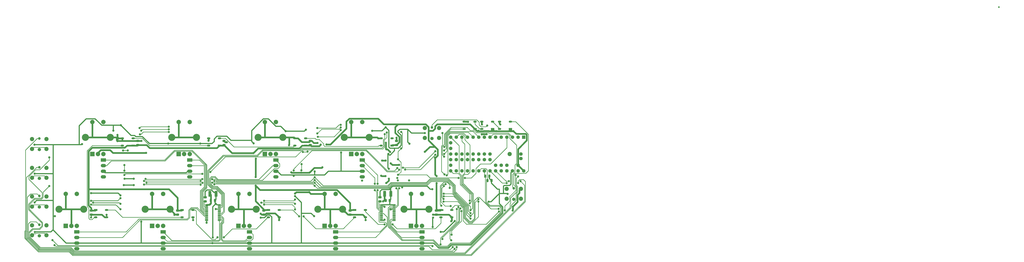
<source format=gtl>
G04 #@! TF.GenerationSoftware,KiCad,Pcbnew,(5.1.6)-1*
G04 #@! TF.CreationDate,2020-06-10T05:10:02+10:00*
G04 #@! TF.ProjectId,EncoderBoard,456e636f-6465-4724-926f-6172642e6b69,C*
G04 #@! TF.SameCoordinates,Original*
G04 #@! TF.FileFunction,Copper,L1,Top*
G04 #@! TF.FilePolarity,Positive*
%FSLAX46Y46*%
G04 Gerber Fmt 4.6, Leading zero omitted, Abs format (unit mm)*
G04 Created by KiCad (PCBNEW (5.1.6)-1) date 2020-06-10 05:10:02*
%MOMM*%
%LPD*%
G01*
G04 APERTURE LIST*
G04 #@! TA.AperFunction,ComponentPad*
%ADD10C,1.200000*%
G04 #@! TD*
G04 #@! TA.AperFunction,ComponentPad*
%ADD11C,1.500000*%
G04 #@! TD*
G04 #@! TA.AperFunction,ComponentPad*
%ADD12C,1.900000*%
G04 #@! TD*
G04 #@! TA.AperFunction,SMDPad,CuDef*
%ADD13O,1.500000X0.900000*%
G04 #@! TD*
G04 #@! TA.AperFunction,SMDPad,CuDef*
%ADD14R,1.500000X0.900000*%
G04 #@! TD*
G04 #@! TA.AperFunction,ComponentPad*
%ADD15O,2.400000X1.500000*%
G04 #@! TD*
G04 #@! TA.AperFunction,ComponentPad*
%ADD16R,2.400000X1.500000*%
G04 #@! TD*
G04 #@! TA.AperFunction,ComponentPad*
%ADD17C,2.000000*%
G04 #@! TD*
G04 #@! TA.AperFunction,ComponentPad*
%ADD18C,3.200000*%
G04 #@! TD*
G04 #@! TA.AperFunction,ComponentPad*
%ADD19R,2.000000X2.000000*%
G04 #@! TD*
G04 #@! TA.AperFunction,ComponentPad*
%ADD20C,1.600000*%
G04 #@! TD*
G04 #@! TA.AperFunction,ComponentPad*
%ADD21R,1.600000X1.600000*%
G04 #@! TD*
G04 #@! TA.AperFunction,SMDPad,CuDef*
%ADD22R,1.500000X0.450000*%
G04 #@! TD*
G04 #@! TA.AperFunction,SMDPad,CuDef*
%ADD23O,1.500000X0.450000*%
G04 #@! TD*
G04 #@! TA.AperFunction,ViaPad*
%ADD24C,0.762000*%
G04 #@! TD*
G04 #@! TA.AperFunction,ViaPad*
%ADD25C,1.000000*%
G04 #@! TD*
G04 #@! TA.AperFunction,Conductor*
%ADD26C,0.762000*%
G04 #@! TD*
G04 #@! TA.AperFunction,Conductor*
%ADD27C,0.381000*%
G04 #@! TD*
G04 #@! TA.AperFunction,Conductor*
%ADD28C,0.508000*%
G04 #@! TD*
G04 #@! TA.AperFunction,Conductor*
%ADD29C,0.254000*%
G04 #@! TD*
G04 #@! TA.AperFunction,Conductor*
%ADD30C,0.304800*%
G04 #@! TD*
G04 APERTURE END LIST*
D10*
X243000000Y-53000000D03*
D11*
X243000000Y-58000000D03*
D12*
X246250000Y-57750000D03*
X239750000Y-57750000D03*
X246250000Y-53250000D03*
X239750000Y-53250000D03*
D10*
X206000000Y-25500000D03*
D11*
X206000000Y-30500000D03*
D12*
X209250000Y-30250000D03*
X202750000Y-30250000D03*
X209250000Y-25750000D03*
X202750000Y-25750000D03*
D10*
X28500000Y-30500000D03*
D11*
X28500000Y-35500000D03*
D12*
X31750000Y-35250000D03*
X25250000Y-35250000D03*
X31750000Y-30750000D03*
X25250000Y-30750000D03*
D10*
X28500000Y-43500000D03*
D11*
X28500000Y-48500000D03*
D12*
X31750000Y-48250000D03*
X25250000Y-48250000D03*
X31750000Y-43750000D03*
X25250000Y-43750000D03*
D10*
X28500000Y-56500000D03*
D11*
X28500000Y-61500000D03*
D12*
X31750000Y-61250000D03*
X25250000Y-61250000D03*
X31750000Y-56750000D03*
X25250000Y-56750000D03*
D10*
X28500000Y-69500000D03*
D11*
X28500000Y-74500000D03*
D12*
X31750000Y-74250000D03*
X25250000Y-74250000D03*
X31750000Y-69750000D03*
X25250000Y-69750000D03*
D13*
X214950000Y-66150000D03*
X214950000Y-62850000D03*
X210050000Y-66150000D03*
D14*
X210050000Y-62850000D03*
D15*
X174500000Y-47810000D03*
X174500000Y-45270000D03*
X174500000Y-42730000D03*
D16*
X174500000Y-40190000D03*
D17*
X45500000Y-55500000D03*
X40500000Y-55500000D03*
D18*
X48600000Y-62500000D03*
X37400000Y-62500000D03*
D17*
X45500000Y-70000000D03*
X43000000Y-70000000D03*
D19*
X40500000Y-70000000D03*
D17*
X57500000Y-23000000D03*
X52500000Y-23000000D03*
D18*
X60600000Y-30000000D03*
X49400000Y-30000000D03*
D17*
X57500000Y-37500000D03*
X55000000Y-37500000D03*
D19*
X52500000Y-37500000D03*
D17*
X96500000Y-23000000D03*
X91500000Y-23000000D03*
D18*
X99600000Y-30000000D03*
X88400000Y-30000000D03*
D17*
X96500000Y-37500000D03*
X94000000Y-37500000D03*
D19*
X91500000Y-37500000D03*
D17*
X135500000Y-23000000D03*
X130500000Y-23000000D03*
D18*
X138600000Y-30000000D03*
X127400000Y-30000000D03*
D17*
X135500000Y-37500000D03*
X133000000Y-37500000D03*
D19*
X130500000Y-37500000D03*
D17*
X174500000Y-23000000D03*
X169500000Y-23000000D03*
D18*
X177600000Y-30000000D03*
X166400000Y-30000000D03*
D17*
X174500000Y-37500000D03*
X172000000Y-37500000D03*
D19*
X169500000Y-37500000D03*
D17*
X84500000Y-55500000D03*
X79500000Y-55500000D03*
D18*
X87600000Y-62500000D03*
X76400000Y-62500000D03*
D17*
X84500000Y-70000000D03*
X82000000Y-70000000D03*
D19*
X79500000Y-70000000D03*
D17*
X123500000Y-55500000D03*
X118500000Y-55500000D03*
D18*
X126600000Y-62500000D03*
X115400000Y-62500000D03*
D17*
X123500000Y-70000000D03*
X121000000Y-70000000D03*
D19*
X118500000Y-70000000D03*
D17*
X162500000Y-55500000D03*
X157500000Y-55500000D03*
D18*
X165600000Y-62500000D03*
X154400000Y-62500000D03*
D17*
X162500000Y-70000000D03*
X160000000Y-70000000D03*
D19*
X157500000Y-70000000D03*
D17*
X201500000Y-55500000D03*
X196500000Y-55500000D03*
D18*
X204600000Y-62500000D03*
X193400000Y-62500000D03*
D17*
X201500000Y-70000000D03*
X199000000Y-70000000D03*
D19*
X196500000Y-70000000D03*
G04 #@! TA.AperFunction,SMDPad,CuDef*
G36*
G01*
X182043750Y-58450000D02*
X182956250Y-58450000D01*
G75*
G02*
X183200000Y-58693750I0J-243750D01*
G01*
X183200000Y-59181250D01*
G75*
G02*
X182956250Y-59425000I-243750J0D01*
G01*
X182043750Y-59425000D01*
G75*
G02*
X181800000Y-59181250I0J243750D01*
G01*
X181800000Y-58693750D01*
G75*
G02*
X182043750Y-58450000I243750J0D01*
G01*
G37*
G04 #@! TD.AperFunction*
G04 #@! TA.AperFunction,SMDPad,CuDef*
G36*
G01*
X182043750Y-56575000D02*
X182956250Y-56575000D01*
G75*
G02*
X183200000Y-56818750I0J-243750D01*
G01*
X183200000Y-57306250D01*
G75*
G02*
X182956250Y-57550000I-243750J0D01*
G01*
X182043750Y-57550000D01*
G75*
G02*
X181800000Y-57306250I0J243750D01*
G01*
X181800000Y-56818750D01*
G75*
G02*
X182043750Y-56575000I243750J0D01*
G01*
G37*
G04 #@! TD.AperFunction*
D14*
X187950000Y-33650000D03*
D13*
X187950000Y-30350000D03*
X183050000Y-33650000D03*
X183050000Y-30350000D03*
G04 #@! TA.AperFunction,SMDPad,CuDef*
G36*
G01*
X190456250Y-33925000D02*
X189543750Y-33925000D01*
G75*
G02*
X189300000Y-33681250I0J243750D01*
G01*
X189300000Y-33193750D01*
G75*
G02*
X189543750Y-32950000I243750J0D01*
G01*
X190456250Y-32950000D01*
G75*
G02*
X190700000Y-33193750I0J-243750D01*
G01*
X190700000Y-33681250D01*
G75*
G02*
X190456250Y-33925000I-243750J0D01*
G01*
G37*
G04 #@! TD.AperFunction*
G04 #@! TA.AperFunction,SMDPad,CuDef*
G36*
G01*
X190456250Y-32050000D02*
X189543750Y-32050000D01*
G75*
G02*
X189300000Y-31806250I0J243750D01*
G01*
X189300000Y-31318750D01*
G75*
G02*
X189543750Y-31075000I243750J0D01*
G01*
X190456250Y-31075000D01*
G75*
G02*
X190700000Y-31318750I0J-243750D01*
G01*
X190700000Y-31806250D01*
G75*
G02*
X190456250Y-32050000I-243750J0D01*
G01*
G37*
G04 #@! TD.AperFunction*
D15*
X84500000Y-80310000D03*
X84500000Y-77770000D03*
X84500000Y-75230000D03*
D16*
X84500000Y-72690000D03*
D20*
X246240000Y-39532000D03*
X246240000Y-37500000D03*
D12*
X241160000Y-37500000D03*
D20*
X232270000Y-40040000D03*
X229730000Y-40040000D03*
X227190000Y-40040000D03*
X224650000Y-40040000D03*
X222110000Y-40040000D03*
X219570000Y-40040000D03*
X217030000Y-40040000D03*
X217030000Y-37500000D03*
X219570000Y-37500000D03*
X222110000Y-37500000D03*
X224650000Y-37500000D03*
X227190000Y-37500000D03*
X229730000Y-37500000D03*
X232270000Y-37500000D03*
D21*
X247510000Y-29880000D03*
D20*
X244970000Y-29880000D03*
X242430000Y-29880000D03*
X239890000Y-29880000D03*
X237350000Y-29880000D03*
X234810000Y-29880000D03*
X232270000Y-29880000D03*
X229730000Y-29880000D03*
X227190000Y-29880000D03*
X224650000Y-29880000D03*
X222110000Y-29880000D03*
X219570000Y-29880000D03*
X217030000Y-29880000D03*
X234810000Y-42580000D03*
X237350000Y-42580000D03*
X239890000Y-42580000D03*
X244970000Y-42580000D03*
X247510000Y-45120000D03*
X244970000Y-45120000D03*
X242430000Y-45120000D03*
X239890000Y-45120000D03*
X237350000Y-45120000D03*
X234810000Y-45120000D03*
X232270000Y-45120000D03*
X229730000Y-45120000D03*
X227190000Y-45120000D03*
X224650000Y-45120000D03*
X222110000Y-45120000D03*
X219570000Y-45120000D03*
X217030000Y-45120000D03*
X214490000Y-29880000D03*
X214490000Y-32420000D03*
X214490000Y-34960000D03*
X214490000Y-45120000D03*
X214490000Y-42580000D03*
X214490000Y-40040000D03*
X214490000Y-37500000D03*
D13*
X220550000Y-22850000D03*
X220550000Y-26150000D03*
X225450000Y-22850000D03*
D14*
X225450000Y-26150000D03*
D13*
X228550000Y-22850000D03*
X228550000Y-26150000D03*
X233450000Y-22850000D03*
D14*
X233450000Y-26150000D03*
D13*
X236550000Y-22850000D03*
X236550000Y-26150000D03*
X241450000Y-22850000D03*
D14*
X241450000Y-26150000D03*
D13*
X175950000Y-66150000D03*
X175950000Y-62850000D03*
X171050000Y-66150000D03*
D14*
X171050000Y-62850000D03*
D13*
X136950000Y-66150000D03*
X136950000Y-62850000D03*
X132050000Y-66150000D03*
D14*
X132050000Y-62850000D03*
D13*
X97950000Y-66150000D03*
X97950000Y-62850000D03*
X93050000Y-66150000D03*
D14*
X93050000Y-62850000D03*
D13*
X58950000Y-66150000D03*
X58950000Y-62850000D03*
X54050000Y-66150000D03*
D14*
X54050000Y-62850000D03*
X70950000Y-33650000D03*
D13*
X70950000Y-30350000D03*
X66050000Y-33650000D03*
X66050000Y-30350000D03*
D14*
X109950000Y-33650000D03*
D13*
X109950000Y-30350000D03*
X105050000Y-33650000D03*
X105050000Y-30350000D03*
D14*
X148950000Y-33650000D03*
D13*
X148950000Y-30350000D03*
X144050000Y-33650000D03*
X144050000Y-30350000D03*
G04 #@! TA.AperFunction,SMDPad,CuDef*
G36*
G01*
X106550000Y-58043750D02*
X106550000Y-58956250D01*
G75*
G02*
X106306250Y-59200000I-243750J0D01*
G01*
X105818750Y-59200000D01*
G75*
G02*
X105575000Y-58956250I0J243750D01*
G01*
X105575000Y-58043750D01*
G75*
G02*
X105818750Y-57800000I243750J0D01*
G01*
X106306250Y-57800000D01*
G75*
G02*
X106550000Y-58043750I0J-243750D01*
G01*
G37*
G04 #@! TD.AperFunction*
G04 #@! TA.AperFunction,SMDPad,CuDef*
G36*
G01*
X108425000Y-58043750D02*
X108425000Y-58956250D01*
G75*
G02*
X108181250Y-59200000I-243750J0D01*
G01*
X107693750Y-59200000D01*
G75*
G02*
X107450000Y-58956250I0J243750D01*
G01*
X107450000Y-58043750D01*
G75*
G02*
X107693750Y-57800000I243750J0D01*
G01*
X108181250Y-57800000D01*
G75*
G02*
X108425000Y-58043750I0J-243750D01*
G01*
G37*
G04 #@! TD.AperFunction*
G04 #@! TA.AperFunction,SMDPad,CuDef*
G36*
G01*
X106225000Y-54425000D02*
X106225000Y-56575000D01*
G75*
G02*
X105975000Y-56825000I-250000J0D01*
G01*
X105225000Y-56825000D01*
G75*
G02*
X104975000Y-56575000I0J250000D01*
G01*
X104975000Y-54425000D01*
G75*
G02*
X105225000Y-54175000I250000J0D01*
G01*
X105975000Y-54175000D01*
G75*
G02*
X106225000Y-54425000I0J-250000D01*
G01*
G37*
G04 #@! TD.AperFunction*
G04 #@! TA.AperFunction,SMDPad,CuDef*
G36*
G01*
X109025000Y-54425000D02*
X109025000Y-56575000D01*
G75*
G02*
X108775000Y-56825000I-250000J0D01*
G01*
X108025000Y-56825000D01*
G75*
G02*
X107775000Y-56575000I0J250000D01*
G01*
X107775000Y-54425000D01*
G75*
G02*
X108025000Y-54175000I250000J0D01*
G01*
X108775000Y-54175000D01*
G75*
G02*
X109025000Y-54425000I0J-250000D01*
G01*
G37*
G04 #@! TD.AperFunction*
G04 #@! TA.AperFunction,SMDPad,CuDef*
G36*
G01*
X185550000Y-58043750D02*
X185550000Y-58956250D01*
G75*
G02*
X185306250Y-59200000I-243750J0D01*
G01*
X184818750Y-59200000D01*
G75*
G02*
X184575000Y-58956250I0J243750D01*
G01*
X184575000Y-58043750D01*
G75*
G02*
X184818750Y-57800000I243750J0D01*
G01*
X185306250Y-57800000D01*
G75*
G02*
X185550000Y-58043750I0J-243750D01*
G01*
G37*
G04 #@! TD.AperFunction*
G04 #@! TA.AperFunction,SMDPad,CuDef*
G36*
G01*
X187425000Y-58043750D02*
X187425000Y-58956250D01*
G75*
G02*
X187181250Y-59200000I-243750J0D01*
G01*
X186693750Y-59200000D01*
G75*
G02*
X186450000Y-58956250I0J243750D01*
G01*
X186450000Y-58043750D01*
G75*
G02*
X186693750Y-57800000I243750J0D01*
G01*
X187181250Y-57800000D01*
G75*
G02*
X187425000Y-58043750I0J-243750D01*
G01*
G37*
G04 #@! TD.AperFunction*
G04 #@! TA.AperFunction,SMDPad,CuDef*
G36*
G01*
X185225000Y-54425000D02*
X185225000Y-56575000D01*
G75*
G02*
X184975000Y-56825000I-250000J0D01*
G01*
X184225000Y-56825000D01*
G75*
G02*
X183975000Y-56575000I0J250000D01*
G01*
X183975000Y-54425000D01*
G75*
G02*
X184225000Y-54175000I250000J0D01*
G01*
X184975000Y-54175000D01*
G75*
G02*
X185225000Y-54425000I0J-250000D01*
G01*
G37*
G04 #@! TD.AperFunction*
G04 #@! TA.AperFunction,SMDPad,CuDef*
G36*
G01*
X188025000Y-54425000D02*
X188025000Y-56575000D01*
G75*
G02*
X187775000Y-56825000I-250000J0D01*
G01*
X187025000Y-56825000D01*
G75*
G02*
X186775000Y-56575000I0J250000D01*
G01*
X186775000Y-54425000D01*
G75*
G02*
X187025000Y-54175000I250000J0D01*
G01*
X187775000Y-54175000D01*
G75*
G02*
X188025000Y-54425000I0J-250000D01*
G01*
G37*
G04 #@! TD.AperFunction*
G04 #@! TA.AperFunction,SMDPad,CuDef*
G36*
G01*
X207543750Y-64450000D02*
X208456250Y-64450000D01*
G75*
G02*
X208700000Y-64693750I0J-243750D01*
G01*
X208700000Y-65181250D01*
G75*
G02*
X208456250Y-65425000I-243750J0D01*
G01*
X207543750Y-65425000D01*
G75*
G02*
X207300000Y-65181250I0J243750D01*
G01*
X207300000Y-64693750D01*
G75*
G02*
X207543750Y-64450000I243750J0D01*
G01*
G37*
G04 #@! TD.AperFunction*
G04 #@! TA.AperFunction,SMDPad,CuDef*
G36*
G01*
X207543750Y-62575000D02*
X208456250Y-62575000D01*
G75*
G02*
X208700000Y-62818750I0J-243750D01*
G01*
X208700000Y-63306250D01*
G75*
G02*
X208456250Y-63550000I-243750J0D01*
G01*
X207543750Y-63550000D01*
G75*
G02*
X207300000Y-63306250I0J243750D01*
G01*
X207300000Y-62818750D01*
G75*
G02*
X207543750Y-62575000I243750J0D01*
G01*
G37*
G04 #@! TD.AperFunction*
G04 #@! TA.AperFunction,SMDPad,CuDef*
G36*
G01*
X168543750Y-64450000D02*
X169456250Y-64450000D01*
G75*
G02*
X169700000Y-64693750I0J-243750D01*
G01*
X169700000Y-65181250D01*
G75*
G02*
X169456250Y-65425000I-243750J0D01*
G01*
X168543750Y-65425000D01*
G75*
G02*
X168300000Y-65181250I0J243750D01*
G01*
X168300000Y-64693750D01*
G75*
G02*
X168543750Y-64450000I243750J0D01*
G01*
G37*
G04 #@! TD.AperFunction*
G04 #@! TA.AperFunction,SMDPad,CuDef*
G36*
G01*
X168543750Y-62575000D02*
X169456250Y-62575000D01*
G75*
G02*
X169700000Y-62818750I0J-243750D01*
G01*
X169700000Y-63306250D01*
G75*
G02*
X169456250Y-63550000I-243750J0D01*
G01*
X168543750Y-63550000D01*
G75*
G02*
X168300000Y-63306250I0J243750D01*
G01*
X168300000Y-62818750D01*
G75*
G02*
X168543750Y-62575000I243750J0D01*
G01*
G37*
G04 #@! TD.AperFunction*
G04 #@! TA.AperFunction,SMDPad,CuDef*
G36*
G01*
X129543750Y-64450000D02*
X130456250Y-64450000D01*
G75*
G02*
X130700000Y-64693750I0J-243750D01*
G01*
X130700000Y-65181250D01*
G75*
G02*
X130456250Y-65425000I-243750J0D01*
G01*
X129543750Y-65425000D01*
G75*
G02*
X129300000Y-65181250I0J243750D01*
G01*
X129300000Y-64693750D01*
G75*
G02*
X129543750Y-64450000I243750J0D01*
G01*
G37*
G04 #@! TD.AperFunction*
G04 #@! TA.AperFunction,SMDPad,CuDef*
G36*
G01*
X129543750Y-62575000D02*
X130456250Y-62575000D01*
G75*
G02*
X130700000Y-62818750I0J-243750D01*
G01*
X130700000Y-63306250D01*
G75*
G02*
X130456250Y-63550000I-243750J0D01*
G01*
X129543750Y-63550000D01*
G75*
G02*
X129300000Y-63306250I0J243750D01*
G01*
X129300000Y-62818750D01*
G75*
G02*
X129543750Y-62575000I243750J0D01*
G01*
G37*
G04 #@! TD.AperFunction*
G04 #@! TA.AperFunction,SMDPad,CuDef*
G36*
G01*
X90543750Y-64450000D02*
X91456250Y-64450000D01*
G75*
G02*
X91700000Y-64693750I0J-243750D01*
G01*
X91700000Y-65181250D01*
G75*
G02*
X91456250Y-65425000I-243750J0D01*
G01*
X90543750Y-65425000D01*
G75*
G02*
X90300000Y-65181250I0J243750D01*
G01*
X90300000Y-64693750D01*
G75*
G02*
X90543750Y-64450000I243750J0D01*
G01*
G37*
G04 #@! TD.AperFunction*
G04 #@! TA.AperFunction,SMDPad,CuDef*
G36*
G01*
X90543750Y-62575000D02*
X91456250Y-62575000D01*
G75*
G02*
X91700000Y-62818750I0J-243750D01*
G01*
X91700000Y-63306250D01*
G75*
G02*
X91456250Y-63550000I-243750J0D01*
G01*
X90543750Y-63550000D01*
G75*
G02*
X90300000Y-63306250I0J243750D01*
G01*
X90300000Y-62818750D01*
G75*
G02*
X90543750Y-62575000I243750J0D01*
G01*
G37*
G04 #@! TD.AperFunction*
G04 #@! TA.AperFunction,SMDPad,CuDef*
G36*
G01*
X51543750Y-64450000D02*
X52456250Y-64450000D01*
G75*
G02*
X52700000Y-64693750I0J-243750D01*
G01*
X52700000Y-65181250D01*
G75*
G02*
X52456250Y-65425000I-243750J0D01*
G01*
X51543750Y-65425000D01*
G75*
G02*
X51300000Y-65181250I0J243750D01*
G01*
X51300000Y-64693750D01*
G75*
G02*
X51543750Y-64450000I243750J0D01*
G01*
G37*
G04 #@! TD.AperFunction*
G04 #@! TA.AperFunction,SMDPad,CuDef*
G36*
G01*
X51543750Y-62575000D02*
X52456250Y-62575000D01*
G75*
G02*
X52700000Y-62818750I0J-243750D01*
G01*
X52700000Y-63306250D01*
G75*
G02*
X52456250Y-63550000I-243750J0D01*
G01*
X51543750Y-63550000D01*
G75*
G02*
X51300000Y-63306250I0J243750D01*
G01*
X51300000Y-62818750D01*
G75*
G02*
X51543750Y-62575000I243750J0D01*
G01*
G37*
G04 #@! TD.AperFunction*
G04 #@! TA.AperFunction,SMDPad,CuDef*
G36*
G01*
X73456250Y-33925000D02*
X72543750Y-33925000D01*
G75*
G02*
X72300000Y-33681250I0J243750D01*
G01*
X72300000Y-33193750D01*
G75*
G02*
X72543750Y-32950000I243750J0D01*
G01*
X73456250Y-32950000D01*
G75*
G02*
X73700000Y-33193750I0J-243750D01*
G01*
X73700000Y-33681250D01*
G75*
G02*
X73456250Y-33925000I-243750J0D01*
G01*
G37*
G04 #@! TD.AperFunction*
G04 #@! TA.AperFunction,SMDPad,CuDef*
G36*
G01*
X73456250Y-32050000D02*
X72543750Y-32050000D01*
G75*
G02*
X72300000Y-31806250I0J243750D01*
G01*
X72300000Y-31318750D01*
G75*
G02*
X72543750Y-31075000I243750J0D01*
G01*
X73456250Y-31075000D01*
G75*
G02*
X73700000Y-31318750I0J-243750D01*
G01*
X73700000Y-31806250D01*
G75*
G02*
X73456250Y-32050000I-243750J0D01*
G01*
G37*
G04 #@! TD.AperFunction*
G04 #@! TA.AperFunction,SMDPad,CuDef*
G36*
G01*
X112456250Y-33925000D02*
X111543750Y-33925000D01*
G75*
G02*
X111300000Y-33681250I0J243750D01*
G01*
X111300000Y-33193750D01*
G75*
G02*
X111543750Y-32950000I243750J0D01*
G01*
X112456250Y-32950000D01*
G75*
G02*
X112700000Y-33193750I0J-243750D01*
G01*
X112700000Y-33681250D01*
G75*
G02*
X112456250Y-33925000I-243750J0D01*
G01*
G37*
G04 #@! TD.AperFunction*
G04 #@! TA.AperFunction,SMDPad,CuDef*
G36*
G01*
X112456250Y-32050000D02*
X111543750Y-32050000D01*
G75*
G02*
X111300000Y-31806250I0J243750D01*
G01*
X111300000Y-31318750D01*
G75*
G02*
X111543750Y-31075000I243750J0D01*
G01*
X112456250Y-31075000D01*
G75*
G02*
X112700000Y-31318750I0J-243750D01*
G01*
X112700000Y-31806250D01*
G75*
G02*
X112456250Y-32050000I-243750J0D01*
G01*
G37*
G04 #@! TD.AperFunction*
G04 #@! TA.AperFunction,SMDPad,CuDef*
G36*
G01*
X151456250Y-33925000D02*
X150543750Y-33925000D01*
G75*
G02*
X150300000Y-33681250I0J243750D01*
G01*
X150300000Y-33193750D01*
G75*
G02*
X150543750Y-32950000I243750J0D01*
G01*
X151456250Y-32950000D01*
G75*
G02*
X151700000Y-33193750I0J-243750D01*
G01*
X151700000Y-33681250D01*
G75*
G02*
X151456250Y-33925000I-243750J0D01*
G01*
G37*
G04 #@! TD.AperFunction*
G04 #@! TA.AperFunction,SMDPad,CuDef*
G36*
G01*
X151456250Y-32050000D02*
X150543750Y-32050000D01*
G75*
G02*
X150300000Y-31806250I0J243750D01*
G01*
X150300000Y-31318750D01*
G75*
G02*
X150543750Y-31075000I243750J0D01*
G01*
X151456250Y-31075000D01*
G75*
G02*
X151700000Y-31318750I0J-243750D01*
G01*
X151700000Y-31806250D01*
G75*
G02*
X151456250Y-32050000I-243750J0D01*
G01*
G37*
G04 #@! TD.AperFunction*
G04 #@! TA.AperFunction,SMDPad,CuDef*
G36*
G01*
X231550000Y-49043750D02*
X231550000Y-49956250D01*
G75*
G02*
X231306250Y-50200000I-243750J0D01*
G01*
X230818750Y-50200000D01*
G75*
G02*
X230575000Y-49956250I0J243750D01*
G01*
X230575000Y-49043750D01*
G75*
G02*
X230818750Y-48800000I243750J0D01*
G01*
X231306250Y-48800000D01*
G75*
G02*
X231550000Y-49043750I0J-243750D01*
G01*
G37*
G04 #@! TD.AperFunction*
G04 #@! TA.AperFunction,SMDPad,CuDef*
G36*
G01*
X233425000Y-49043750D02*
X233425000Y-49956250D01*
G75*
G02*
X233181250Y-50200000I-243750J0D01*
G01*
X232693750Y-50200000D01*
G75*
G02*
X232450000Y-49956250I0J243750D01*
G01*
X232450000Y-49043750D01*
G75*
G02*
X232693750Y-48800000I243750J0D01*
G01*
X233181250Y-48800000D01*
G75*
G02*
X233425000Y-49043750I0J-243750D01*
G01*
G37*
G04 #@! TD.AperFunction*
G04 #@! TA.AperFunction,SMDPad,CuDef*
G36*
G01*
X230550000Y-47043750D02*
X230550000Y-47956250D01*
G75*
G02*
X230306250Y-48200000I-243750J0D01*
G01*
X229818750Y-48200000D01*
G75*
G02*
X229575000Y-47956250I0J243750D01*
G01*
X229575000Y-47043750D01*
G75*
G02*
X229818750Y-46800000I243750J0D01*
G01*
X230306250Y-46800000D01*
G75*
G02*
X230550000Y-47043750I0J-243750D01*
G01*
G37*
G04 #@! TD.AperFunction*
G04 #@! TA.AperFunction,SMDPad,CuDef*
G36*
G01*
X232425000Y-47043750D02*
X232425000Y-47956250D01*
G75*
G02*
X232181250Y-48200000I-243750J0D01*
G01*
X231693750Y-48200000D01*
G75*
G02*
X231450000Y-47956250I0J243750D01*
G01*
X231450000Y-47043750D01*
G75*
G02*
X231693750Y-46800000I243750J0D01*
G01*
X232181250Y-46800000D01*
G75*
G02*
X232425000Y-47043750I0J-243750D01*
G01*
G37*
G04 #@! TD.AperFunction*
D22*
X104100000Y-60425000D03*
D23*
X104100000Y-61075000D03*
X104100000Y-61725000D03*
X104100000Y-62375000D03*
X104100000Y-63025000D03*
X104100000Y-63675000D03*
X104100000Y-64325000D03*
X104100000Y-64975000D03*
X104100000Y-65625000D03*
X104100000Y-66275000D03*
X104100000Y-66925000D03*
X104100000Y-67575000D03*
X109900000Y-67575000D03*
X109900000Y-66925000D03*
X109900000Y-66275000D03*
X109900000Y-65625000D03*
X109900000Y-64975000D03*
X109900000Y-64325000D03*
X109900000Y-63675000D03*
X109900000Y-63025000D03*
X109900000Y-62375000D03*
X109900000Y-61725000D03*
X109900000Y-61075000D03*
X109900000Y-60425000D03*
D22*
X183100000Y-60425000D03*
D23*
X183100000Y-61075000D03*
X183100000Y-61725000D03*
X183100000Y-62375000D03*
X183100000Y-63025000D03*
X183100000Y-63675000D03*
X183100000Y-64325000D03*
X183100000Y-64975000D03*
X183100000Y-65625000D03*
X183100000Y-66275000D03*
X183100000Y-66925000D03*
X183100000Y-67575000D03*
X188900000Y-67575000D03*
X188900000Y-66925000D03*
X188900000Y-66275000D03*
X188900000Y-65625000D03*
X188900000Y-64975000D03*
X188900000Y-64325000D03*
X188900000Y-63675000D03*
X188900000Y-63025000D03*
X188900000Y-62375000D03*
X188900000Y-61725000D03*
X188900000Y-61075000D03*
X188900000Y-60425000D03*
D15*
X57500000Y-47810000D03*
X57500000Y-45270000D03*
X57500000Y-42730000D03*
D16*
X57500000Y-40190000D03*
D15*
X96500000Y-47810000D03*
X96500000Y-45270000D03*
X96500000Y-42730000D03*
D16*
X96500000Y-40190000D03*
D15*
X135500000Y-47810000D03*
X135500000Y-45270000D03*
X135500000Y-42730000D03*
D16*
X135500000Y-40190000D03*
D15*
X45500000Y-80310000D03*
X45500000Y-77770000D03*
X45500000Y-75230000D03*
D16*
X45500000Y-72690000D03*
D15*
X123500000Y-80310000D03*
X123500000Y-77770000D03*
X123500000Y-75230000D03*
D16*
X123500000Y-72690000D03*
D15*
X162500000Y-80310000D03*
X162500000Y-77770000D03*
X162500000Y-75230000D03*
D16*
X162500000Y-72690000D03*
D15*
X201500000Y-80310000D03*
X201500000Y-77770000D03*
X201500000Y-75230000D03*
D16*
X201500000Y-72690000D03*
G04 #@! TA.AperFunction,SMDPad,CuDef*
G36*
G01*
X103043750Y-56575000D02*
X103956250Y-56575000D01*
G75*
G02*
X104200000Y-56818750I0J-243750D01*
G01*
X104200000Y-57306250D01*
G75*
G02*
X103956250Y-57550000I-243750J0D01*
G01*
X103043750Y-57550000D01*
G75*
G02*
X102800000Y-57306250I0J243750D01*
G01*
X102800000Y-56818750D01*
G75*
G02*
X103043750Y-56575000I243750J0D01*
G01*
G37*
G04 #@! TD.AperFunction*
G04 #@! TA.AperFunction,SMDPad,CuDef*
G36*
G01*
X103043750Y-58450000D02*
X103956250Y-58450000D01*
G75*
G02*
X104200000Y-58693750I0J-243750D01*
G01*
X104200000Y-59181250D01*
G75*
G02*
X103956250Y-59425000I-243750J0D01*
G01*
X103043750Y-59425000D01*
G75*
G02*
X102800000Y-59181250I0J243750D01*
G01*
X102800000Y-58693750D01*
G75*
G02*
X103043750Y-58450000I243750J0D01*
G01*
G37*
G04 #@! TD.AperFunction*
D24*
X462250000Y29000000D03*
X462250000Y29000000D03*
X462250000Y29000000D03*
X462250000Y29000000D03*
X462250000Y29000000D03*
D25*
X183900000Y-58900000D03*
X104100000Y-68600000D03*
X98000000Y-67400000D03*
X176000000Y-67400000D03*
X236900000Y-24100000D03*
X105800000Y-60100000D03*
X190012820Y-30152762D03*
X108300000Y-62400000D03*
X186500000Y-48700000D03*
X185350000Y-50650000D03*
X187400000Y-41700000D03*
X191200000Y-42400000D03*
X183500000Y-40500000D03*
X185101127Y-40498873D03*
X184600000Y-61400000D03*
X184600000Y-67200000D03*
X74700000Y-31600000D03*
X183043848Y-47300000D03*
X185009071Y-47490929D03*
X230700000Y-28500000D03*
X228500000Y-28600000D03*
X136900000Y-67400000D03*
X174422545Y-49520590D03*
X195700000Y-49399994D03*
X187401127Y-62601127D03*
X187100000Y-36600000D03*
X185400000Y-35400000D03*
X150500000Y-54800000D03*
X144100000Y-55400000D03*
X146900000Y-46000000D03*
X150700000Y-45900000D03*
X156500000Y-43500000D03*
X154300000Y-32466590D03*
X142366598Y-45833402D03*
X66740947Y-51566590D03*
X71202828Y-51566590D03*
X242579410Y-61300000D03*
X242494798Y-63028199D03*
X76800000Y-36999994D03*
X222300000Y-22900000D03*
X51900000Y-66200000D03*
X58900000Y-65000000D03*
X89599998Y-65000002D03*
X128600004Y-64500000D03*
X206499996Y-64912820D03*
X214700000Y-67900000D03*
X228600000Y-24100004D03*
X141400000Y-33500000D03*
X181700016Y-30400000D03*
X185200000Y-32400000D03*
X105000008Y-31500000D03*
X113299992Y-32200000D03*
X63854024Y-28854010D03*
X63854024Y-31625657D03*
X186500000Y-44200000D03*
X108300000Y-60000000D03*
X106800000Y-77771633D03*
X106900000Y-75300000D03*
X67062500Y-48699500D03*
X71200000Y-48700000D03*
X65400000Y-24500000D03*
X149025642Y-26485256D03*
X125400000Y-32700000D03*
X26342702Y-33285821D03*
X185100000Y-25400000D03*
X153000002Y-45400000D03*
X186305200Y-37466663D03*
X206143622Y-53456420D03*
X192558609Y-52558603D03*
X144102066Y-56552410D03*
X143500000Y-47400000D03*
X65200000Y-56200000D03*
X51900000Y-55200000D03*
X26400000Y-59400000D03*
X26400000Y-46400006D03*
X231667510Y-59127190D03*
X139900000Y-27200000D03*
X62000014Y-26900000D03*
X47800000Y-33000000D03*
X35600006Y-65600000D03*
X128600000Y-66300000D03*
X152699996Y-65600000D03*
X179000000Y-27000000D03*
X101293590Y-32793590D03*
X86793586Y-32793590D03*
X216300000Y-67800000D03*
X210000000Y-72700000D03*
X206300000Y-70500000D03*
X206474928Y-66319049D03*
X164900000Y-36800000D03*
X195800000Y-32800000D03*
X74600000Y-68100009D03*
X240200000Y-55500000D03*
X202800016Y-28000000D03*
X26496518Y-72792232D03*
X235066590Y-27133410D03*
X242833390Y-27133410D03*
X202801131Y-36501123D03*
X226966578Y-27041188D03*
X208100000Y-50700000D03*
X208100000Y-47500000D03*
X126399999Y-39600000D03*
X126300000Y-51790866D03*
X126300011Y-47900009D03*
X207322407Y-39104705D03*
X125300000Y-37100000D03*
X158328901Y-33188536D03*
X155729633Y-33260152D03*
X214000000Y-52800000D03*
X210200000Y-60900000D03*
X211600000Y-34300000D03*
X236288502Y-63475338D03*
X238923140Y-62999856D03*
X184609134Y-69300000D03*
X188200000Y-69334029D03*
X148000000Y-65700000D03*
X146000000Y-65700000D03*
X109021957Y-75200000D03*
X111898643Y-75201127D03*
X180200000Y-53800000D03*
X180200000Y-51000000D03*
X181400000Y-53800000D03*
X181400000Y-51000000D03*
X184632223Y-28558298D03*
X190620590Y-49413682D03*
X189910988Y-53000000D03*
X185594717Y-27799992D03*
X190315440Y-48302405D03*
X191200000Y-53000008D03*
X66400004Y-35899996D03*
X68500000Y-35900000D03*
X147100000Y-42085590D03*
X146997593Y-44851727D03*
X147693784Y-36583220D03*
X149779659Y-36372999D03*
X66979500Y-42520500D03*
X67000000Y-45060179D03*
X153000000Y-47999996D03*
X76539243Y-48741135D03*
X102182124Y-48841189D03*
X106704923Y-48932901D03*
X223400000Y-62900000D03*
X153006917Y-49247442D03*
X75900000Y-49700000D03*
X107600000Y-49679410D03*
X101400000Y-49700000D03*
X223084265Y-58584265D03*
X223400000Y-64252413D03*
X153000016Y-50500000D03*
X76930749Y-50520590D03*
X102262543Y-50549682D03*
X106666231Y-50491713D03*
X223400000Y-65500000D03*
X153008536Y-51852380D03*
X75900000Y-51300000D03*
X107599994Y-51238221D03*
X101400000Y-51400000D03*
X223400000Y-66700000D03*
X223100000Y-59800000D03*
X67000000Y-47000000D03*
X211474114Y-35917028D03*
X192900000Y-43700000D03*
X190332722Y-43841132D03*
X207491058Y-36241188D03*
X105853409Y-45585476D03*
X102200000Y-46500000D03*
X211501274Y-37508107D03*
X143500000Y-44966590D03*
X191200000Y-44600000D03*
X193900000Y-44500000D03*
X207500000Y-37800000D03*
X214431911Y-60996234D03*
X212700700Y-47133113D03*
X212152330Y-51090866D03*
X192100000Y-27500000D03*
X192100000Y-35000000D03*
X190699996Y-39900000D03*
X190700000Y-46899998D03*
X218000000Y-48300000D03*
X220900000Y-48300000D03*
X211292232Y-56655595D03*
X226998820Y-57863769D03*
X211223035Y-59007543D03*
X227000016Y-59016180D03*
X231000000Y-24600000D03*
X214900800Y-74001454D03*
X219245386Y-63301426D03*
X239800000Y-50600000D03*
X244901127Y-50598873D03*
X214700000Y-76500000D03*
X218863845Y-62169845D03*
X240800000Y-49800000D03*
X246000000Y-49800000D03*
X244900000Y-47699988D03*
X210700000Y-75900000D03*
X217953841Y-61462777D03*
X209900000Y-78400000D03*
X217280164Y-62398713D03*
X243796736Y-47020590D03*
X211470424Y-38660106D03*
X236133410Y-62333410D03*
X211292232Y-55421933D03*
X73800000Y-25700000D03*
X87000000Y-25100000D03*
X144100000Y-58100000D03*
X130100000Y-58700000D03*
X74000000Y-28600000D03*
X87000000Y-27500000D03*
X74600000Y-26879410D03*
X86999996Y-26300000D03*
X144100000Y-60000000D03*
X128900001Y-59500001D03*
X144100000Y-62600000D03*
X130099996Y-60400000D03*
X211258811Y-57842778D03*
X211630171Y-46706474D03*
X211440454Y-51997114D03*
X210762824Y-28001361D03*
X33000000Y-39000000D03*
X217158865Y-79560757D03*
X33000000Y-52000000D03*
X216214875Y-80414881D03*
X154200000Y-25700000D03*
X164800000Y-24300000D03*
X164799998Y-26700000D03*
X154388505Y-29714180D03*
X154200000Y-28200000D03*
X164800000Y-25500000D03*
X215400000Y-79600000D03*
X35400000Y-78700000D03*
X65200000Y-57500000D03*
X51900000Y-58695192D03*
X206238680Y-79138680D03*
X34469268Y-76469268D03*
X65200000Y-60000000D03*
X52800000Y-59504810D03*
X65200000Y-62500000D03*
X51900000Y-60352413D03*
D26*
X106062500Y-55962500D02*
X105600000Y-55500000D01*
X106062500Y-58500000D02*
X106062500Y-55962500D01*
X104100000Y-60425000D02*
X105475000Y-60425000D01*
X106062500Y-59837500D02*
X106062500Y-58500000D01*
X105475000Y-60425000D02*
X106062500Y-59837500D01*
X104100000Y-60425000D02*
X104100000Y-60966590D01*
X184600000Y-58037500D02*
X185062500Y-58500000D01*
X184600000Y-55500000D02*
X184600000Y-58037500D01*
X185062500Y-58500000D02*
X184300000Y-58500000D01*
X184300000Y-58500000D02*
X183900000Y-58900000D01*
X174737500Y-64937500D02*
X169000000Y-64937500D01*
X175950000Y-66150000D02*
X174737500Y-64937500D01*
X169000000Y-64937500D02*
X168037500Y-64937500D01*
X168037500Y-64937500D02*
X166750000Y-63650000D01*
X166350000Y-63650000D02*
X166750000Y-63650000D01*
X166750000Y-63650000D02*
X165600000Y-62500000D01*
D27*
X104100000Y-67575000D02*
X104100000Y-68600000D01*
X97950000Y-66150000D02*
X97950000Y-67350000D01*
X97950000Y-67350000D02*
X98000000Y-67400000D01*
X175950000Y-67350000D02*
X176000000Y-67400000D01*
X175950000Y-66150000D02*
X175950000Y-67350000D01*
D26*
X236550000Y-23750000D02*
X236900000Y-24100000D01*
X236550000Y-22850000D02*
X236550000Y-23750000D01*
X106062500Y-59837500D02*
X105800000Y-60100000D01*
X190000000Y-30165582D02*
X190012820Y-30152762D01*
X190000000Y-31562500D02*
X190000000Y-30165582D01*
D27*
X109900000Y-62375000D02*
X108325000Y-62375000D01*
X108325000Y-62375000D02*
X108300000Y-62400000D01*
D26*
X186500000Y-48700000D02*
X186500000Y-49500000D01*
X186500000Y-49500000D02*
X185350000Y-50650000D01*
X188100000Y-42400000D02*
X191200000Y-42400000D01*
X187400000Y-41700000D02*
X188100000Y-42400000D01*
X183500000Y-40500000D02*
X185100000Y-40500000D01*
X185100000Y-40500000D02*
X185101127Y-40498873D01*
X196500000Y-62400000D02*
X196400000Y-62500000D01*
X196500000Y-55500000D02*
X196500000Y-62400000D01*
X196400000Y-62500000D02*
X193400000Y-62500000D01*
D27*
X184275000Y-61075000D02*
X184600000Y-61400000D01*
X183100000Y-61075000D02*
X184275000Y-61075000D01*
D28*
X184225000Y-67575000D02*
X184600000Y-67200000D01*
X183100000Y-67575000D02*
X184225000Y-67575000D01*
D26*
X160000000Y-62600000D02*
X160100000Y-62500000D01*
X160000000Y-70000000D02*
X160000000Y-62600000D01*
X165600000Y-62500000D02*
X160100000Y-62500000D01*
X91500000Y-29900000D02*
X91600000Y-30000000D01*
X91500000Y-23000000D02*
X91500000Y-29900000D01*
X88400000Y-30000000D02*
X91600000Y-30000000D01*
X91600000Y-30000000D02*
X99600000Y-30000000D01*
X73000000Y-31562500D02*
X74662500Y-31562500D01*
X74662500Y-31562500D02*
X74700000Y-31600000D01*
X185009071Y-47490929D02*
X184090929Y-47490929D01*
X184090929Y-47490929D02*
X183234777Y-47490929D01*
X183234777Y-47490929D02*
X183043848Y-47300000D01*
X230700000Y-28500000D02*
X228600000Y-28500000D01*
X228600000Y-28500000D02*
X228500000Y-28600000D01*
X136900000Y-67400000D02*
X136900000Y-66200000D01*
X136900000Y-66200000D02*
X136950000Y-66150000D01*
D28*
X187627254Y-62375000D02*
X187401127Y-62601127D01*
X188900000Y-62375000D02*
X187627254Y-62375000D01*
D26*
X187100000Y-36600000D02*
X185900000Y-35400000D01*
X185900000Y-35400000D02*
X185400000Y-35400000D01*
X199000000Y-62600000D02*
X198900000Y-62500000D01*
X199000000Y-70000000D02*
X199000000Y-62600000D01*
X204600000Y-62500000D02*
X198900000Y-62500000D01*
X198900000Y-62500000D02*
X196400000Y-62500000D01*
X121000000Y-62700000D02*
X120800000Y-62500000D01*
X121000000Y-70000000D02*
X121000000Y-62700000D01*
X126600000Y-62500000D02*
X120800000Y-62500000D01*
X118500000Y-62300000D02*
X118700000Y-62500000D01*
X118500000Y-55500000D02*
X118500000Y-62300000D01*
X120800000Y-62500000D02*
X118700000Y-62500000D01*
X118700000Y-62500000D02*
X115400000Y-62500000D01*
X79500000Y-62100000D02*
X79900000Y-62500000D01*
X76400000Y-62500000D02*
X79900000Y-62500000D01*
X79500000Y-55500000D02*
X79500000Y-62100000D01*
X79900000Y-62500000D02*
X87600000Y-62500000D01*
X157500000Y-62400000D02*
X157600000Y-62500000D01*
X157500000Y-55500000D02*
X157500000Y-62400000D01*
X160100000Y-62500000D02*
X157600000Y-62500000D01*
X157600000Y-62500000D02*
X154400000Y-62500000D01*
X144700000Y-54800000D02*
X144100000Y-55400000D01*
X150500000Y-54800000D02*
X144700000Y-54800000D01*
X146900000Y-46000000D02*
X150600000Y-46000000D01*
X150600000Y-46000000D02*
X150700000Y-45900000D01*
X150700000Y-45900000D02*
X152800000Y-43800000D01*
X152800000Y-43800000D02*
X156200000Y-43800000D01*
X156200000Y-43800000D02*
X156500000Y-43500000D01*
X142533196Y-46000000D02*
X142366598Y-45833402D01*
X146900000Y-46000000D02*
X142533196Y-46000000D01*
X151200000Y-55500000D02*
X150500000Y-54800000D01*
X157500000Y-55500000D02*
X151200000Y-55500000D01*
D28*
X66740947Y-51566590D02*
X71202828Y-51566590D01*
D26*
X43000000Y-70000000D02*
X43000000Y-62600000D01*
X48600000Y-62500000D02*
X43100000Y-62500000D01*
X43000000Y-62600000D02*
X43100000Y-62500000D01*
X40500000Y-62400000D02*
X40400000Y-62500000D01*
X40500000Y-55500000D02*
X40500000Y-62400000D01*
X43100000Y-62500000D02*
X40400000Y-62500000D01*
X40400000Y-62500000D02*
X37400000Y-62500000D01*
X67262500Y-31562500D02*
X73000000Y-31562500D01*
X66050000Y-30350000D02*
X64350000Y-30350000D01*
X64000000Y-30000000D02*
X64350000Y-30350000D01*
X60600000Y-30000000D02*
X63500000Y-30000000D01*
X63500000Y-30000000D02*
X64000000Y-30000000D01*
X247510000Y-29880000D02*
X247200000Y-30190000D01*
X90037500Y-64937500D02*
X87600000Y-62500000D01*
X76400000Y-62500000D02*
X76400000Y-62600000D01*
X244689812Y-55944150D02*
X244689812Y-59189598D01*
X245560411Y-55073551D02*
X244689812Y-55944150D01*
X244689812Y-59189598D02*
X242579410Y-61300000D01*
X246250000Y-53250000D02*
X245560411Y-53939589D01*
X245560411Y-53939589D02*
X245560411Y-55073551D01*
X242579410Y-62943587D02*
X242494798Y-63028199D01*
X242579410Y-61300000D02*
X242579410Y-62943587D01*
X130500000Y-29900000D02*
X130600000Y-30000000D01*
X130500000Y-23000000D02*
X130500000Y-29900000D01*
X130600000Y-30000000D02*
X127400000Y-30000000D01*
X169500000Y-23000000D02*
X169500000Y-29800000D01*
X169500000Y-29800000D02*
X169700000Y-30000000D01*
X177600000Y-30000000D02*
X169700000Y-30000000D01*
X169700000Y-30000000D02*
X166400000Y-30000000D01*
X52500000Y-29900000D02*
X52600000Y-30000000D01*
X52500000Y-23000000D02*
X52500000Y-29900000D01*
X60600000Y-30000000D02*
X52600000Y-30000000D01*
X52600000Y-30000000D02*
X49400000Y-30000000D01*
X76092894Y-36999994D02*
X76800000Y-36999994D01*
X55000000Y-37000000D02*
X56300000Y-35700000D01*
X61800006Y-36999994D02*
X76092894Y-36999994D01*
X55000000Y-37500000D02*
X55000000Y-37000000D01*
X60500012Y-35700000D02*
X61800006Y-36999994D01*
X56300000Y-35700000D02*
X60500012Y-35700000D01*
X222250000Y-22850000D02*
X222300000Y-22900000D01*
X220550000Y-22850000D02*
X222250000Y-22850000D01*
D27*
X52000000Y-66100000D02*
X51900000Y-66200000D01*
X52000000Y-64937500D02*
X52000000Y-66100000D01*
X58950000Y-66150000D02*
X58950000Y-65050000D01*
X58950000Y-65050000D02*
X58900000Y-65000000D01*
X91000000Y-64937500D02*
X90037500Y-64937500D01*
X89662500Y-64937500D02*
X89599998Y-65000002D01*
X90037500Y-64937500D02*
X89662500Y-64937500D01*
D26*
X129037504Y-64937500D02*
X128600004Y-64500000D01*
X130000000Y-64937500D02*
X129037504Y-64937500D01*
X135112590Y-64312590D02*
X136950000Y-66150000D01*
X130562501Y-64937500D02*
X131187411Y-64312590D01*
X130000000Y-64937500D02*
X130562501Y-64937500D01*
X131187411Y-64312590D02*
X135112590Y-64312590D01*
X52000000Y-64937500D02*
X56837500Y-64937500D01*
X58050000Y-66150000D02*
X58950000Y-66150000D01*
X56837500Y-64937500D02*
X58050000Y-66150000D01*
X208000000Y-64937500D02*
X206524676Y-64937500D01*
X206524676Y-64937500D02*
X206499996Y-64912820D01*
X213737500Y-64937500D02*
X214950000Y-66150000D01*
X208000000Y-64937500D02*
X213737500Y-64937500D01*
X214950000Y-66150000D02*
X214950000Y-67650000D01*
X214950000Y-67650000D02*
X214700000Y-67900000D01*
X228550000Y-22850000D02*
X228550000Y-24050004D01*
X228550000Y-24050004D02*
X228600000Y-24100004D01*
X130600000Y-30000000D02*
X138600000Y-30000000D01*
X143700000Y-30000000D02*
X144050000Y-30350000D01*
X141500000Y-30000000D02*
X141500000Y-33400000D01*
X138600000Y-30000000D02*
X141500000Y-30000000D01*
X141500000Y-30000000D02*
X143700000Y-30000000D01*
X141500000Y-33400000D02*
X141400000Y-33500000D01*
X182385821Y-30400000D02*
X181700016Y-30400000D01*
X183050000Y-30350000D02*
X181750016Y-30350000D01*
X181750016Y-30350000D02*
X181700016Y-30400000D01*
X153592894Y-32466590D02*
X154300000Y-32466590D01*
X150514473Y-32048027D02*
X147188553Y-32048027D01*
X152604090Y-32466590D02*
X153592894Y-32466590D01*
X151000000Y-31562500D02*
X150514473Y-32048027D01*
X147188553Y-32048027D02*
X145490526Y-30350000D01*
X145490526Y-30350000D02*
X144050000Y-30350000D01*
X151000000Y-31562500D02*
X151700000Y-31562500D01*
X151700000Y-31562500D02*
X152604090Y-32466590D01*
X181300016Y-30000000D02*
X181700016Y-30400000D01*
X177600000Y-30000000D02*
X181300016Y-30000000D01*
X185200000Y-35200000D02*
X185400000Y-35400000D01*
X185200000Y-32400000D02*
X185200000Y-35200000D01*
X105050000Y-31450008D02*
X105000008Y-31500000D01*
X105050000Y-30350000D02*
X105050000Y-31450008D01*
X112637500Y-32200000D02*
X113299992Y-32200000D01*
X112000000Y-31562500D02*
X112637500Y-32200000D01*
X66050000Y-30350000D02*
X66050000Y-31550000D01*
X66062500Y-31562500D02*
X67262500Y-31562500D01*
X66050000Y-31550000D02*
X66062500Y-31562500D01*
X63917181Y-31562500D02*
X63854024Y-31625657D01*
X63854024Y-31625657D02*
X63854024Y-28854010D01*
X64350000Y-30350000D02*
X63854024Y-30845976D01*
X67262500Y-31562500D02*
X63917181Y-31562500D01*
X63500000Y-30000000D02*
X63500000Y-31271633D01*
X63500000Y-31271633D02*
X63854024Y-31625657D01*
X63854024Y-30845976D02*
X63854024Y-31625657D01*
D28*
X108400000Y-58037500D02*
X107937500Y-58500000D01*
X108400000Y-55500000D02*
X108400000Y-58037500D01*
X109900000Y-60425000D02*
X108725000Y-60425000D01*
X107937500Y-59637500D02*
X107937500Y-58500000D01*
X108725000Y-60425000D02*
X107937500Y-59637500D01*
X188900000Y-60425000D02*
X188862500Y-60425000D01*
X186937500Y-60412500D02*
X186925000Y-60425000D01*
X186937500Y-58500000D02*
X186937500Y-60412500D01*
X183100000Y-60425000D02*
X186925000Y-60425000D01*
X186925000Y-60425000D02*
X188900000Y-60425000D01*
X187400000Y-58037500D02*
X186937500Y-58500000D01*
X187400000Y-55500000D02*
X187400000Y-58037500D01*
X201500000Y-77770000D02*
X162500000Y-77770000D01*
X162500000Y-77770000D02*
X147270000Y-77770000D01*
X186500000Y-44200000D02*
X186066589Y-43766589D01*
X186066589Y-37733411D02*
X186500000Y-37300000D01*
X186066589Y-43766589D02*
X186066589Y-37733411D01*
X186333337Y-37466663D02*
X186305200Y-37466663D01*
X186500000Y-37300000D02*
X186333337Y-37466663D01*
X192066589Y-29066589D02*
X190600000Y-27600000D01*
X189100000Y-34900000D02*
X190800000Y-34900000D01*
X192066589Y-33633411D02*
X192066589Y-29066589D01*
X190800000Y-34900000D02*
X192066589Y-33633411D01*
X190600000Y-27200000D02*
X191500000Y-26300000D01*
X190600000Y-27600000D02*
X190600000Y-27200000D01*
X108725000Y-60425000D02*
X108300000Y-60000000D01*
X106900000Y-61400000D02*
X106900000Y-75300000D01*
X108300000Y-60000000D02*
X106900000Y-61400000D01*
X187400000Y-55500000D02*
X187400000Y-53800000D01*
X186606402Y-53606402D02*
X187206402Y-53606402D01*
X187206402Y-53606402D02*
X187400000Y-53800000D01*
X94933411Y-45966589D02*
X58196589Y-45966589D01*
X58196589Y-45966589D02*
X57500000Y-45270000D01*
X96500000Y-45270000D02*
X95630000Y-45270000D01*
X95630000Y-45270000D02*
X94933411Y-45966589D01*
X231937500Y-48500000D02*
X232937500Y-49500000D01*
X231937500Y-47500000D02*
X231937500Y-48500000D01*
X71199500Y-48699500D02*
X71200000Y-48700000D01*
X67062500Y-48699500D02*
X71199500Y-48699500D01*
X124506401Y-31806401D02*
X124506401Y-31306401D01*
X125400000Y-32700000D02*
X124506401Y-31806401D01*
X182500000Y-54400000D02*
X183293598Y-53606402D01*
X182500000Y-57062500D02*
X182500000Y-54400000D01*
X183293598Y-53606402D02*
X185393598Y-53606402D01*
X185393598Y-53606402D02*
X186606402Y-53606402D01*
X136170000Y-45270000D02*
X135500000Y-45270000D01*
X137839820Y-46939820D02*
X136170000Y-45270000D01*
X143460180Y-46939820D02*
X137839820Y-46939820D01*
X153000002Y-46939820D02*
X153000002Y-45400000D01*
X150260180Y-46939820D02*
X153000002Y-46939820D01*
X186400001Y-37200001D02*
X186400001Y-37371862D01*
X186400001Y-37371862D02*
X186305200Y-37466663D01*
X187133338Y-37966662D02*
X189100000Y-36000000D01*
X189100000Y-36000000D02*
X189100000Y-34900000D01*
X186305200Y-37466663D02*
X186805199Y-37966662D01*
X186805199Y-37966662D02*
X187133338Y-37966662D01*
X206143622Y-53456420D02*
X205256420Y-53456420D01*
X203893598Y-52093598D02*
X192606402Y-52093598D01*
X205256420Y-53456420D02*
X203893598Y-52093598D01*
X192558609Y-52141391D02*
X192558609Y-52558603D01*
X192606402Y-52093598D02*
X192558609Y-52141391D01*
X192606402Y-52093598D02*
X188185012Y-52093598D01*
X188185012Y-52093598D02*
X187589305Y-52689305D01*
X186725969Y-53552639D02*
X186660165Y-53552639D01*
X186660165Y-53552639D02*
X186606402Y-53606402D01*
X187589305Y-52689305D02*
X186725969Y-53552639D01*
X187400000Y-52878610D02*
X187589305Y-52689305D01*
X187400000Y-55500000D02*
X187400000Y-52878610D01*
X147000000Y-64300000D02*
X147000000Y-59450344D01*
X144602065Y-57052409D02*
X144102066Y-56552410D01*
X147000000Y-59450344D02*
X144602065Y-57052409D01*
X147270000Y-77770000D02*
X147000000Y-77500000D01*
X147000000Y-77500000D02*
X147000000Y-64300000D01*
X157518706Y-46939820D02*
X150260180Y-46939820D01*
X159188526Y-45270000D02*
X157518706Y-46939820D01*
X143500000Y-46979640D02*
X143460180Y-46939820D01*
X143500000Y-47400000D02*
X143500000Y-46979640D01*
X150260180Y-46939820D02*
X143460180Y-46939820D01*
X103500000Y-54600000D02*
X103500000Y-57062500D01*
X107442876Y-54875000D02*
X106336466Y-53768590D01*
X108400000Y-55500000D02*
X107775000Y-54875000D01*
X104331410Y-53768590D02*
X103500000Y-54600000D01*
X106336466Y-53768590D02*
X104331410Y-53768590D01*
X107775000Y-54875000D02*
X107442876Y-54875000D01*
X147270000Y-77770000D02*
X133570000Y-77770000D01*
X133570000Y-77770000D02*
X123500000Y-77770000D01*
X123500000Y-77770000D02*
X106801633Y-77770000D01*
X106801633Y-77770000D02*
X106800000Y-77771633D01*
X84500000Y-77770000D02*
X106798367Y-77770000D01*
X106798367Y-77770000D02*
X106800000Y-77771633D01*
X84500000Y-77770000D02*
X73770000Y-77770000D01*
X73770000Y-77770000D02*
X45500000Y-77770000D01*
X34800000Y-71700000D02*
X34700000Y-71800000D01*
X34800000Y-65500000D02*
X34800000Y-71700000D01*
X34800000Y-58500000D02*
X34800000Y-65500000D01*
X58900000Y-24500000D02*
X65400000Y-24500000D01*
X65200000Y-56200000D02*
X64200000Y-55200000D01*
X64200000Y-55200000D02*
X51900000Y-55200000D01*
X42270000Y-77770000D02*
X45500000Y-77770000D01*
X40670000Y-77770000D02*
X42270000Y-77770000D01*
X34700000Y-71800000D02*
X40670000Y-77770000D01*
X27300000Y-58500000D02*
X26400000Y-59400000D01*
X34800000Y-58500000D02*
X27300000Y-58500000D01*
X236500000Y-55400000D02*
X232772810Y-59127190D01*
X232772810Y-59127190D02*
X231667510Y-59127190D01*
X56700000Y-24500000D02*
X58900000Y-24500000D01*
X53793599Y-21593599D02*
X56700000Y-24500000D01*
X49706401Y-21593599D02*
X53793599Y-21593599D01*
X78293590Y-32793590D02*
X75100000Y-29600000D01*
X71600000Y-29100000D02*
X70000000Y-29100000D01*
X75100000Y-29600000D02*
X72100000Y-29600000D01*
X90006410Y-32793590D02*
X78293590Y-32793590D01*
X70000000Y-29100000D02*
X65400000Y-24500000D01*
X72100000Y-29600000D02*
X71600000Y-29100000D01*
X238007725Y-61425103D02*
X238007725Y-64238737D01*
X209136600Y-80119224D02*
X206787376Y-77770000D01*
X214874751Y-78654356D02*
X213409884Y-80119224D01*
X236500000Y-55400000D02*
X236500000Y-59917378D01*
X236500000Y-59917378D02*
X238007725Y-61425103D01*
X238007725Y-64238737D02*
X223592106Y-78654356D01*
X223592106Y-78654356D02*
X214874751Y-78654356D01*
X213409884Y-80119224D02*
X209136600Y-80119224D01*
X206787376Y-77770000D02*
X201500000Y-77770000D01*
X148310898Y-27200000D02*
X139900000Y-27200000D01*
X149025642Y-26485256D02*
X148310898Y-27200000D01*
X137700000Y-25000000D02*
X139900000Y-27200000D01*
X124506401Y-26912125D02*
X129824927Y-21593599D01*
X124506401Y-31306401D02*
X124506401Y-26912125D01*
X129824927Y-21593599D02*
X132036493Y-21593599D01*
X132036493Y-21593599D02*
X135442894Y-25000000D01*
X135442894Y-25000000D02*
X137700000Y-25000000D01*
X62000014Y-24500014D02*
X62000014Y-26900000D01*
X58900000Y-24500000D02*
X62000000Y-24500000D01*
X62000000Y-24500000D02*
X62000014Y-24500014D01*
X46600000Y-24700000D02*
X48500000Y-22800000D01*
X46600000Y-33300000D02*
X46600000Y-24700000D01*
X48500000Y-22800000D02*
X49706401Y-21593599D01*
X47500000Y-33300000D02*
X47800000Y-33000000D01*
X46600000Y-33300000D02*
X47500000Y-33300000D01*
X34900000Y-65600000D02*
X35600006Y-65600000D01*
X34800000Y-65500000D02*
X34900000Y-65600000D01*
X147000000Y-64300000D02*
X151399996Y-64300000D01*
X151399996Y-64300000D02*
X152699996Y-65600000D01*
X183500000Y-27000000D02*
X179000000Y-27000000D01*
X185100000Y-25400000D02*
X183500000Y-27000000D01*
X90006410Y-32793590D02*
X101293590Y-32793590D01*
X124506401Y-31306401D02*
X115106401Y-31306401D01*
X106606410Y-32793590D02*
X101293590Y-32793590D01*
X107600000Y-30700000D02*
X107600000Y-31800000D01*
X115106401Y-31306401D02*
X113293590Y-29493590D01*
X108806410Y-29493590D02*
X107600000Y-30700000D01*
X107600000Y-31800000D02*
X106606410Y-32793590D01*
X113293590Y-29493590D02*
X108806410Y-29493590D01*
X90006410Y-32793590D02*
X86793586Y-32793590D01*
X131513566Y-65100000D02*
X130313567Y-66300000D01*
X130313567Y-66300000D02*
X128600000Y-66300000D01*
X133570000Y-65970000D02*
X132700000Y-65100000D01*
X132700000Y-65100000D02*
X131513566Y-65100000D01*
X133570000Y-77770000D02*
X133570000Y-65970000D01*
X206300000Y-66493977D02*
X206474928Y-66319049D01*
X206300000Y-70500000D02*
X206300000Y-66493977D01*
X211400000Y-72700000D02*
X210000000Y-72700000D01*
X216300000Y-67800000D02*
X211400000Y-72700000D01*
X164900000Y-45240000D02*
X164870000Y-45270000D01*
X174500000Y-45270000D02*
X164870000Y-45270000D01*
X164900000Y-36800000D02*
X164900000Y-45240000D01*
X164870000Y-45270000D02*
X159188526Y-45270000D01*
X195100000Y-26300000D02*
X195100000Y-32100000D01*
X195100000Y-32100000D02*
X195800000Y-32800000D01*
X191500000Y-26300000D02*
X195100000Y-26300000D01*
X186501127Y-26801127D02*
X185100000Y-25400000D01*
X187000000Y-34900000D02*
X186500000Y-34400000D01*
X189100000Y-34900000D02*
X187000000Y-34900000D01*
X186500000Y-34400000D02*
X186500000Y-31109360D01*
X186500000Y-31109360D02*
X186501127Y-31108233D01*
X186501127Y-31108233D02*
X186501127Y-26801127D01*
X236500000Y-55400000D02*
X238300000Y-55400000D01*
X232937500Y-49500000D02*
X232937500Y-50737500D01*
X235600000Y-53400000D02*
X236500000Y-53400000D01*
X232937500Y-50737500D02*
X235600000Y-53400000D01*
X236500000Y-53400000D02*
X236500000Y-55400000D01*
X241706402Y-45843598D02*
X242430000Y-45120000D01*
X238300000Y-52100000D02*
X238700000Y-51700000D01*
X238300000Y-55400000D02*
X238300000Y-52100000D01*
X241706402Y-51093598D02*
X241706402Y-45843598D01*
X238700000Y-51700000D02*
X241100000Y-51700000D01*
X241100000Y-51700000D02*
X241706402Y-51093598D01*
X74600000Y-77700000D02*
X74600000Y-68100009D01*
X73770000Y-77770000D02*
X74530000Y-77770000D01*
X74530000Y-77770000D02*
X74600000Y-77700000D01*
X34800000Y-33520356D02*
X34800000Y-45200000D01*
X46600000Y-33300000D02*
X35020356Y-33300000D01*
X35020356Y-33300000D02*
X34800000Y-33520356D01*
X27049808Y-33285821D02*
X26342702Y-33285821D01*
X35020356Y-33300000D02*
X27063987Y-33300000D01*
X27063987Y-33300000D02*
X27049808Y-33285821D01*
X26400006Y-46400000D02*
X26400000Y-46400006D01*
X34700006Y-46400006D02*
X34800000Y-46500000D01*
X26400000Y-46400006D02*
X34700006Y-46400006D01*
X34800000Y-58500000D02*
X34800000Y-46500000D01*
X34800000Y-46500000D02*
X34800000Y-45340000D01*
X238300000Y-55400000D02*
X239899994Y-55400000D01*
X239899994Y-55400000D02*
X239999994Y-55500000D01*
X196800000Y-28000000D02*
X202800016Y-28000000D01*
X195100000Y-26300000D02*
X196800000Y-28000000D01*
X33807768Y-72692232D02*
X26596518Y-72692232D01*
X26596518Y-72692232D02*
X26496518Y-72792232D01*
X34700000Y-71800000D02*
X33807768Y-72692232D01*
D26*
X247510000Y-45120000D02*
X244970000Y-42580000D01*
X226433410Y-27133410D02*
X225450000Y-26150000D01*
X233450000Y-26150000D02*
X233450000Y-26950000D01*
X233450000Y-26950000D02*
X233266590Y-27133410D01*
X169212500Y-62850000D02*
X169000000Y-63062500D01*
X171050000Y-62850000D02*
X169212500Y-62850000D01*
X188162500Y-33437500D02*
X187950000Y-33650000D01*
X190000000Y-33437500D02*
X188162500Y-33437500D01*
X240466590Y-27133410D02*
X240166590Y-27133410D01*
X209837500Y-63062500D02*
X210050000Y-62850000D01*
X208000000Y-63062500D02*
X209837500Y-63062500D01*
X210050000Y-62850000D02*
X210850000Y-62850000D01*
X233266590Y-27133410D02*
X232633410Y-27133410D01*
X233450000Y-26316820D02*
X232633410Y-27133410D01*
X241450000Y-26150000D02*
X241450000Y-26316820D01*
X241450000Y-26316820D02*
X242266590Y-27133410D01*
X241450000Y-26350000D02*
X240666590Y-27133410D01*
X241450000Y-26150000D02*
X241450000Y-26350000D01*
X240666590Y-27133410D02*
X240166590Y-27133410D01*
X72787500Y-33650000D02*
X73000000Y-33437500D01*
X70950000Y-33650000D02*
X72787500Y-33650000D01*
X92837500Y-63062500D02*
X93050000Y-62850000D01*
X91000000Y-63062500D02*
X92837500Y-63062500D01*
X130212500Y-62850000D02*
X130000000Y-63062500D01*
X132050000Y-62850000D02*
X130212500Y-62850000D01*
X53837500Y-63062500D02*
X54050000Y-62850000D01*
X52000000Y-63062500D02*
X53837500Y-63062500D01*
X210050000Y-62850000D02*
X208538000Y-62850000D01*
X208538000Y-62850000D02*
X208300000Y-62612000D01*
X233450000Y-26150000D02*
X233450000Y-26316820D01*
X233633410Y-27133410D02*
X235066590Y-27133410D01*
X234266590Y-27133410D02*
X235066590Y-27133410D01*
X240166590Y-27133410D02*
X235066590Y-27133410D01*
X233450000Y-26316820D02*
X234266590Y-27133410D01*
X233450000Y-26950000D02*
X233633410Y-27133410D01*
X225750001Y-26450001D02*
X226433410Y-27133410D01*
X225450000Y-26150000D02*
X225750001Y-26450001D01*
X240666590Y-27133410D02*
X242266590Y-27133410D01*
X242233410Y-27133410D02*
X242833390Y-27133410D01*
X241450000Y-26350000D02*
X242233410Y-27133410D01*
X242266590Y-27133410D02*
X242833390Y-27133410D01*
X232633410Y-27133410D02*
X231767372Y-27133410D01*
X229347045Y-27060189D02*
X229273824Y-27133410D01*
X231694150Y-27060188D02*
X229347045Y-27060189D01*
X231767372Y-27133410D02*
X231694150Y-27060188D01*
X229273824Y-27133410D02*
X226433410Y-27133410D01*
X235066590Y-27133410D02*
X232633410Y-27133410D01*
X205028445Y-34273809D02*
X203301130Y-36001124D01*
X203301130Y-36001124D02*
X202801131Y-36501123D01*
X207426191Y-34273809D02*
X205028445Y-34273809D01*
X226874356Y-27133410D02*
X226966578Y-27041188D01*
X226433410Y-27133410D02*
X226874356Y-27133410D01*
X208000000Y-63062500D02*
X208000000Y-50800000D01*
X208000000Y-50800000D02*
X208100000Y-50700000D01*
X149000000Y-33700000D02*
X148950000Y-33650000D01*
X151000000Y-33437500D02*
X150737500Y-33700000D01*
X150737500Y-33700000D02*
X149000000Y-33700000D01*
X169000000Y-63062500D02*
X169000000Y-59700000D01*
X163066599Y-53766599D02*
X132233401Y-53766599D01*
X169000000Y-59700000D02*
X163066599Y-53766599D01*
X128275733Y-53766599D02*
X126300000Y-51790866D01*
X132233401Y-53766599D02*
X128275733Y-53766599D01*
X126399999Y-39600000D02*
X126300000Y-39699999D01*
X126300000Y-47899998D02*
X126300011Y-47900009D01*
X126300000Y-39699999D02*
X126300000Y-47899998D01*
X126300000Y-58100000D02*
X126300000Y-51790866D01*
X126300000Y-58875000D02*
X126300000Y-58100000D01*
X130000000Y-63062500D02*
X130000000Y-62575000D01*
X130000000Y-62575000D02*
X126300000Y-58875000D01*
X87100000Y-53400000D02*
X91000000Y-57300000D01*
X50900000Y-53400000D02*
X87100000Y-53400000D01*
X91000000Y-57300000D02*
X91000000Y-63062500D01*
X50800000Y-53300000D02*
X50900000Y-53400000D01*
X208600000Y-38200000D02*
X207695295Y-39104705D01*
X207695295Y-39104705D02*
X207322407Y-39104705D01*
X207426191Y-34273809D02*
X208600000Y-35447618D01*
X208600000Y-35447618D02*
X208600000Y-38200000D01*
X208100000Y-47500000D02*
X207400000Y-46800000D01*
X207400000Y-39182298D02*
X207322407Y-39104705D01*
X207400000Y-46800000D02*
X207400000Y-39182298D01*
X244906599Y-35259439D02*
X244906599Y-42516599D01*
X248843401Y-31322637D02*
X244906599Y-35259439D01*
X244906599Y-42516599D02*
X244970000Y-42580000D01*
X248843401Y-28801223D02*
X248843401Y-31322637D01*
X244060391Y-28360411D02*
X248402589Y-28360411D01*
X242833390Y-27133410D02*
X244060391Y-28360411D01*
X248402589Y-28360411D02*
X248843401Y-28801223D01*
X52000000Y-61981849D02*
X52000000Y-63062500D01*
X50800000Y-53300000D02*
X50800000Y-60781849D01*
X50800000Y-60781849D02*
X52000000Y-61981849D01*
X52406468Y-34633410D02*
X50800000Y-36239878D01*
X67166590Y-34633410D02*
X52406468Y-34633410D01*
X68150000Y-33650000D02*
X67166590Y-34633410D01*
X50800000Y-36239878D02*
X50800000Y-53300000D01*
X70950000Y-33650000D02*
X68150000Y-33650000D01*
X108800000Y-34800000D02*
X109950000Y-33650000D01*
X78400000Y-34800000D02*
X108800000Y-34800000D01*
X73000000Y-33437500D02*
X77037500Y-33437500D01*
X77037500Y-33437500D02*
X78400000Y-34800000D01*
X111787500Y-33650000D02*
X112000000Y-33437500D01*
X109950000Y-33650000D02*
X111787500Y-33650000D01*
X112000000Y-33437500D02*
X115662500Y-37100000D01*
X115662500Y-37100000D02*
X125300000Y-37100000D01*
X147350000Y-33650000D02*
X146060187Y-34939813D01*
X146060187Y-34939813D02*
X127460187Y-34939813D01*
X127460187Y-34939813D02*
X125300000Y-37100000D01*
X148950000Y-33650000D02*
X147350000Y-33650000D01*
X151485527Y-33923027D02*
X155066758Y-33923027D01*
X155066758Y-33923027D02*
X155729633Y-33260152D01*
X151000000Y-33437500D02*
X151485527Y-33923027D01*
X189400000Y-27900000D02*
X189400000Y-25300000D01*
X190000000Y-33437500D02*
X191233410Y-32204090D01*
X189400000Y-25300000D02*
X190700000Y-24000000D01*
X191233410Y-29733410D02*
X189400000Y-27900000D01*
X191233410Y-32204090D02*
X191233410Y-29733410D01*
X184200000Y-24000000D02*
X190700000Y-24000000D01*
X160111464Y-33188536D02*
X167300000Y-26000000D01*
X158328901Y-33188536D02*
X160111464Y-33188536D01*
X167300000Y-26000000D02*
X167300000Y-22800000D01*
X167300000Y-22800000D02*
X168633401Y-21466599D01*
X181666599Y-21466599D02*
X184200000Y-24000000D01*
X168633401Y-21466599D02*
X181666599Y-21466599D01*
X203195434Y-24000000D02*
X191300000Y-24000000D01*
X191300000Y-24000000D02*
X190700000Y-24000000D01*
X204500000Y-25304566D02*
X203195434Y-24000000D01*
X204500000Y-26966802D02*
X204500000Y-25304566D01*
X223300000Y-24000000D02*
X225750001Y-26450001D01*
X204500000Y-26966802D02*
X206433198Y-26966802D01*
X206433198Y-26966802D02*
X207400000Y-26000000D01*
X207400000Y-25000000D02*
X208400000Y-24000000D01*
X207400000Y-26000000D02*
X207400000Y-25000000D01*
X204500000Y-31347618D02*
X207426191Y-34273809D01*
X204500000Y-26966802D02*
X204500000Y-31347618D01*
X208400000Y-24000000D02*
X211100000Y-24000000D01*
X211100000Y-24000000D02*
X223300000Y-24000000D01*
D29*
X214000000Y-52800000D02*
X214000000Y-51418135D01*
X209700001Y-60400001D02*
X210200000Y-60900000D01*
X214000000Y-51418135D02*
X212893321Y-50311456D01*
X212893321Y-50311456D02*
X211319007Y-50311456D01*
X209700000Y-51930463D02*
X209700001Y-60400001D01*
X211319007Y-50311456D02*
X209700000Y-51930463D01*
X225450000Y-23554000D02*
X225450000Y-22850000D01*
X227546000Y-26150000D02*
X225450000Y-24054000D01*
X228550000Y-26150000D02*
X227546000Y-26150000D01*
X225450000Y-24054000D02*
X225450000Y-23554000D01*
X211600000Y-34300000D02*
X211980767Y-33919233D01*
X211980767Y-33919233D02*
X211980767Y-28694980D01*
X214525747Y-26150000D02*
X220550000Y-26150000D01*
X211980767Y-28694980D02*
X214525747Y-26150000D01*
X236550000Y-25950000D02*
X233450000Y-22850000D01*
X236550000Y-26150000D02*
X236550000Y-25950000D01*
X236288502Y-63475338D02*
X230551018Y-69212822D01*
X230551018Y-69212822D02*
X221612822Y-69212822D01*
X221612822Y-69212822D02*
X220024788Y-67624777D01*
X218783375Y-60683375D02*
X216412625Y-60683375D01*
X220024788Y-61924788D02*
X218783375Y-60683375D01*
X214950000Y-62146000D02*
X214950000Y-62850000D01*
X216412625Y-60683375D02*
X214950000Y-62146000D01*
X220024788Y-67624777D02*
X220024788Y-61924788D01*
X238923140Y-61076860D02*
X241157777Y-58842223D01*
X243887178Y-54012822D02*
X243887178Y-52436680D01*
X241157777Y-56742223D02*
X243887178Y-54012822D01*
X243887178Y-52436680D02*
X243017335Y-51566837D01*
X243443220Y-46220592D02*
X248379408Y-46220592D01*
X248379408Y-46220592D02*
X249600000Y-45000000D01*
X243850000Y-22850000D02*
X241450000Y-22850000D01*
X243017335Y-46646477D02*
X243443220Y-46220592D01*
X243017335Y-51566837D02*
X243017335Y-46646477D01*
X238923140Y-62999856D02*
X238923140Y-61076860D01*
X249600000Y-28600000D02*
X243850000Y-22850000D01*
X241157777Y-58842223D02*
X241157777Y-56742223D01*
X249600000Y-45000000D02*
X249600000Y-28600000D01*
X175950000Y-62850000D02*
X175950000Y-63554000D01*
X181696000Y-69300000D02*
X184609134Y-69300000D01*
X175950000Y-63554000D02*
X181696000Y-69300000D01*
X207520599Y-71279401D02*
X210050000Y-68750000D01*
X210050000Y-68750000D02*
X210050000Y-66150000D01*
X188200000Y-69334029D02*
X190145372Y-71279401D01*
X190145372Y-71279401D02*
X207520599Y-71279401D01*
X165920599Y-71279401D02*
X153479401Y-71279401D01*
X171050000Y-66150000D02*
X165920599Y-71279401D01*
X153479401Y-71279401D02*
X148000000Y-65800000D01*
X148000000Y-65800000D02*
X148000000Y-65700000D01*
X137000000Y-62800000D02*
X136950000Y-62850000D01*
X146000000Y-65700000D02*
X143100000Y-62800000D01*
X143100000Y-62800000D02*
X137000000Y-62800000D01*
X132050000Y-66150000D02*
X131850000Y-66150000D01*
X112398642Y-74701128D02*
X111898643Y-75201127D01*
X115699770Y-71400000D02*
X112398642Y-74701128D01*
X126600000Y-71400000D02*
X115699770Y-71400000D01*
X131850000Y-66150000D02*
X126600000Y-71400000D01*
X98954000Y-62850000D02*
X97950000Y-62850000D01*
X109000000Y-75200000D02*
X108020599Y-76179401D01*
X108020599Y-76179401D02*
X106579401Y-76179401D01*
X99460978Y-63356978D02*
X98954000Y-62850000D01*
X109021957Y-75200000D02*
X109000000Y-75200000D01*
X106579401Y-76179401D02*
X99460978Y-69060978D01*
X99460978Y-69060978D02*
X99460978Y-63356978D01*
X62850000Y-62850000D02*
X58950000Y-62850000D01*
X93050000Y-66150000D02*
X66150000Y-66150000D01*
X66150000Y-66150000D02*
X62850000Y-62850000D01*
X52450000Y-33650000D02*
X66050000Y-33650000D01*
X50100000Y-36000000D02*
X52450000Y-33650000D01*
X50100000Y-61218486D02*
X50100000Y-36000000D01*
X54050000Y-66150000D02*
X53350000Y-66150000D01*
X51400000Y-67100000D02*
X50900000Y-66600000D01*
X53350000Y-66150000D02*
X52400000Y-67100000D01*
X50900000Y-62018486D02*
X50100000Y-61218486D01*
X52400000Y-67100000D02*
X51400000Y-67100000D01*
X50900000Y-66600000D02*
X50900000Y-62018486D01*
X70950000Y-30350000D02*
X75095644Y-30350000D01*
X78425045Y-33679402D02*
X104016598Y-33679402D01*
X104046000Y-33650000D02*
X105050000Y-33650000D01*
X75095644Y-30350000D02*
X78425045Y-33679402D01*
X104016598Y-33679402D02*
X104046000Y-33650000D01*
X143420598Y-34279402D02*
X144050000Y-33650000D01*
X116532918Y-34279402D02*
X143420598Y-34279402D01*
X112603516Y-30350000D02*
X116532918Y-34279402D01*
X109950000Y-30350000D02*
X112603516Y-30350000D01*
X153149999Y-30350000D02*
X148950000Y-30350000D01*
X153700000Y-30900001D02*
X153149999Y-30350000D01*
X155046485Y-30900001D02*
X153700000Y-30900001D01*
X157020598Y-32874114D02*
X155046485Y-30900001D01*
X182046000Y-33650000D02*
X181696000Y-34000000D01*
X183050000Y-33650000D02*
X182046000Y-33650000D01*
X181696000Y-34000000D02*
X157446483Y-34000000D01*
X157446483Y-34000000D02*
X157020598Y-33574115D01*
X157020598Y-33574115D02*
X157020598Y-32874114D01*
X97470101Y-36220599D02*
X89754151Y-36220599D01*
X61084000Y-40600000D02*
X58954000Y-42730000D01*
X89754151Y-36220599D02*
X85374750Y-40600000D01*
X103854766Y-42605264D02*
X97470101Y-36220599D01*
X103854766Y-52694736D02*
X103854766Y-42605264D01*
X85374750Y-40600000D02*
X61084000Y-40600000D01*
X58954000Y-42730000D02*
X57500000Y-42730000D01*
X103096000Y-63025000D02*
X102092223Y-62021223D01*
X102092223Y-62021223D02*
X102092223Y-54457278D01*
X104100000Y-63025000D02*
X103096000Y-63025000D01*
X102092223Y-54457278D02*
X103854766Y-52694736D01*
X103096000Y-62375000D02*
X104100000Y-62375000D01*
X102498634Y-61777634D02*
X103096000Y-62375000D01*
X102498634Y-54625618D02*
X102498634Y-61777634D01*
X104261177Y-52863076D02*
X102498634Y-54625618D01*
X104261177Y-42436924D02*
X104261177Y-52863076D01*
X97638441Y-35814188D02*
X104261177Y-42436924D01*
X89585812Y-35814188D02*
X97638441Y-35814188D01*
X57500000Y-40190000D02*
X85210000Y-40190000D01*
X85210000Y-40190000D02*
X89585812Y-35814188D01*
X101279401Y-54120599D02*
X101279401Y-62529903D01*
X101279401Y-62529903D02*
X103074500Y-64325000D01*
X103041944Y-42941944D02*
X103041944Y-52358056D01*
X102830000Y-42730000D02*
X103041944Y-42941944D01*
X103041944Y-52358056D02*
X101279401Y-54120599D01*
X96500000Y-42730000D02*
X102830000Y-42730000D01*
X103074500Y-64325000D02*
X104100000Y-64325000D01*
X100864751Y-40190000D02*
X96500000Y-40190000D01*
X103448355Y-52526396D02*
X103448355Y-42773604D01*
X103448355Y-42773604D02*
X100864751Y-40190000D01*
X104100000Y-63675000D02*
X102999250Y-63675000D01*
X102999250Y-63675000D02*
X101685812Y-62361562D01*
X101685812Y-62361562D02*
X101685813Y-54288937D01*
X101685813Y-54288937D02*
X103448355Y-52526396D01*
X127796599Y-48979401D02*
X109279401Y-48979401D01*
X111793589Y-55543103D02*
X111793589Y-63435411D01*
X109279401Y-48979401D02*
X108000000Y-47700000D01*
X106260820Y-47700000D02*
X105480410Y-48480410D01*
X134046000Y-42730000D02*
X127796599Y-48979401D01*
X108000000Y-47700000D02*
X106260820Y-47700000D01*
X111793589Y-63435411D02*
X110904000Y-64325000D01*
X105480410Y-48480410D02*
X105480410Y-51008675D01*
X106958913Y-52487178D02*
X108737677Y-52487178D01*
X110904000Y-64325000D02*
X109900000Y-64325000D01*
X105480410Y-51008675D02*
X106958913Y-52487178D01*
X135500000Y-42730000D02*
X134046000Y-42730000D01*
X108737677Y-52487178D02*
X111793589Y-55543103D01*
X105886821Y-50840335D02*
X105886821Y-48648749D01*
X105886821Y-48648749D02*
X106429159Y-48106411D01*
X110904000Y-64975000D02*
X112200000Y-63679000D01*
X129388939Y-49385812D02*
X134774751Y-44000000D01*
X137200000Y-41890000D02*
X135500000Y-40190000D01*
X109111061Y-49385812D02*
X129388939Y-49385812D01*
X109900000Y-64975000D02*
X110904000Y-64975000D01*
X136400000Y-44000000D02*
X137200000Y-43200000D01*
X106429159Y-48106411D02*
X107831661Y-48106411D01*
X134774751Y-44000000D02*
X136400000Y-44000000D01*
X107831661Y-48106411D02*
X109111061Y-49385812D01*
X107127253Y-52080767D02*
X105886821Y-50840335D01*
X108906016Y-52080767D02*
X107127253Y-52080767D01*
X112200000Y-55374763D02*
X108906016Y-52080767D01*
X112200000Y-63679000D02*
X112200000Y-55374763D01*
X137200000Y-43200000D02*
X137200000Y-41890000D01*
X183100000Y-63025000D02*
X182125000Y-63025000D01*
X182125000Y-63025000D02*
X181000000Y-61900000D01*
X181000000Y-61900000D02*
X181000000Y-54600000D01*
X181000000Y-54600000D02*
X180200000Y-53800000D01*
X180200000Y-48430000D02*
X180135000Y-48365000D01*
X180200000Y-51000000D02*
X180200000Y-48430000D01*
X180135000Y-48365000D02*
X174500000Y-42730000D01*
X181406411Y-61685411D02*
X182096000Y-62375000D01*
X182096000Y-62375000D02*
X183100000Y-62375000D01*
X174500000Y-40190000D02*
X181406411Y-47096411D01*
X181406411Y-61685411D02*
X181406411Y-53806411D01*
X181406411Y-53806411D02*
X181400000Y-53800000D01*
X181406409Y-47096413D02*
X181406411Y-47096411D01*
X181406409Y-49398341D02*
X181406409Y-47096413D01*
X181400000Y-49404750D02*
X181406409Y-49398341D01*
X181400000Y-51000000D02*
X181400000Y-49404750D01*
X96500000Y-62968459D02*
X96500000Y-66274751D01*
X97347869Y-62120590D02*
X96500000Y-62968459D01*
X66116486Y-75230000D02*
X45500000Y-75230000D01*
X96500000Y-66274751D02*
X95454152Y-67320599D01*
X95454152Y-67320599D02*
X74025887Y-67320599D01*
X74025887Y-67320599D02*
X66116486Y-75230000D01*
X99591590Y-62120590D02*
X97347869Y-62120590D01*
X103096000Y-65625000D02*
X99591590Y-62120590D01*
X104100000Y-65625000D02*
X103096000Y-65625000D01*
X103149750Y-64975000D02*
X104100000Y-64975000D01*
X97179528Y-61714181D02*
X97285819Y-61714181D01*
X97179528Y-61714181D02*
X99885819Y-61714181D01*
X99885819Y-61714181D02*
X99887375Y-61712625D01*
X99887375Y-61712625D02*
X103149750Y-64975000D01*
X67710000Y-72690000D02*
X45500000Y-72690000D01*
X95285812Y-66914188D02*
X73485812Y-66914188D01*
X96000000Y-66200000D02*
X95285812Y-66914188D01*
X96000000Y-62893709D02*
X96000000Y-66200000D01*
X97179528Y-61714181D02*
X96000000Y-62893709D01*
X73485812Y-66914188D02*
X67710000Y-72690000D01*
X86262223Y-76992223D02*
X109636044Y-76992223D01*
X111000000Y-68250498D02*
X111000000Y-67300000D01*
X109636044Y-76992223D02*
X110306411Y-76321856D01*
X110625000Y-66925000D02*
X109900000Y-66925000D01*
X84500000Y-75230000D02*
X86262223Y-76992223D01*
X110306411Y-76321856D02*
X110306411Y-68944087D01*
X111000000Y-67300000D02*
X110625000Y-66925000D01*
X110306411Y-68944087D02*
X111000000Y-68250498D01*
X109467704Y-76585812D02*
X88395812Y-76585812D01*
X109900000Y-76153516D02*
X109467704Y-76585812D01*
X109900000Y-67575000D02*
X109900000Y-76153516D01*
X88395812Y-76585812D02*
X84500000Y-72690000D01*
X111119233Y-76119233D02*
X111700000Y-76700000D01*
X110904000Y-65625000D02*
X111820598Y-66541598D01*
X121525250Y-76700000D02*
X122995250Y-75230000D01*
X111820598Y-68579403D02*
X111119233Y-69280767D01*
X109900000Y-65625000D02*
X110904000Y-65625000D01*
X111820598Y-66541598D02*
X111820598Y-68579403D01*
X122995250Y-75230000D02*
X123500000Y-75230000D01*
X111700000Y-76700000D02*
X121525250Y-76700000D01*
X111119233Y-69280767D02*
X111119233Y-76119233D01*
X110904000Y-66275000D02*
X109900000Y-66275000D01*
X111414187Y-66785187D02*
X110904000Y-66275000D01*
X125100000Y-73900000D02*
X125100000Y-75800000D01*
X125100000Y-75800000D02*
X124400000Y-76500000D01*
X123500000Y-72690000D02*
X123890000Y-72690000D01*
X123890000Y-72690000D02*
X125100000Y-73900000D01*
X122450000Y-76500000D02*
X121843589Y-77106411D01*
X121843589Y-77106411D02*
X111531660Y-77106411D01*
X110712822Y-76287573D02*
X110712822Y-69112427D01*
X111531660Y-77106411D02*
X110712822Y-76287573D01*
X111414187Y-68411063D02*
X111414187Y-66785187D01*
X124400000Y-76500000D02*
X122450000Y-76500000D01*
X110712822Y-69112427D02*
X111414187Y-68411063D01*
X180498265Y-75230000D02*
X162500000Y-75230000D01*
X184104000Y-64325000D02*
X185794955Y-66015955D01*
X185794955Y-69933310D02*
X180498265Y-75230000D01*
X183100000Y-64325000D02*
X184104000Y-64325000D01*
X185794955Y-66015955D02*
X185794955Y-69933310D01*
X185388544Y-69764970D02*
X185388544Y-68835030D01*
X162500000Y-72690000D02*
X182463514Y-72690000D01*
X185388544Y-68835030D02*
X184840392Y-68286878D01*
X184840392Y-68286878D02*
X182313122Y-68286878D01*
X182096000Y-63675000D02*
X183100000Y-63675000D01*
X182000000Y-67973755D02*
X182000000Y-63771000D01*
X182313122Y-68286878D02*
X182000000Y-67973755D01*
X182000000Y-63771000D02*
X182096000Y-63675000D01*
X182463514Y-72690000D02*
X185388544Y-69764970D01*
X187571984Y-66925000D02*
X187014188Y-67482796D01*
X187014188Y-67482796D02*
X187014188Y-70064688D01*
X187014188Y-70064688D02*
X192179500Y-75230000D01*
X192179500Y-75230000D02*
X201500000Y-75230000D01*
X188900000Y-66925000D02*
X187571984Y-66925000D01*
X190214250Y-72690000D02*
X201500000Y-72690000D01*
X187420599Y-69896349D02*
X190214250Y-72690000D01*
X187420599Y-68050401D02*
X187420599Y-69896349D01*
X187896000Y-67575000D02*
X187420599Y-68050401D01*
X188900000Y-67575000D02*
X187896000Y-67575000D01*
X189812750Y-61075000D02*
X190393589Y-60494161D01*
X188900000Y-61075000D02*
X189812750Y-61075000D01*
X190393589Y-53482601D02*
X189910988Y-53000000D01*
X190393589Y-60494161D02*
X190393589Y-53482601D01*
X213188938Y-79585813D02*
X209357546Y-79585813D01*
X230600417Y-59162350D02*
X232152173Y-60714106D01*
X227190000Y-45120000D02*
X228310000Y-44000000D01*
X237474314Y-61646055D02*
X237474314Y-63978804D01*
X237474314Y-63978804D02*
X223332173Y-78120945D01*
X214653805Y-78120945D02*
X213188938Y-79585813D01*
X230303757Y-44000000D02*
X231000000Y-44696243D01*
X231000000Y-44696243D02*
X231000000Y-49900000D01*
X186201366Y-61923883D02*
X187050249Y-61075000D01*
X231000000Y-49900000D02*
X230600417Y-50299583D01*
X228310000Y-44000000D02*
X230303757Y-44000000D01*
X206478142Y-76706409D02*
X192506408Y-76706409D01*
X232152173Y-60714106D02*
X236542459Y-60714193D01*
X236542459Y-60714193D02*
X237474314Y-61646055D01*
X223332173Y-78120945D02*
X214653805Y-78120945D01*
X187050249Y-61075000D02*
X188900000Y-61075000D01*
X209357546Y-79585813D02*
X206478142Y-76706409D01*
X186201366Y-70401367D02*
X186201366Y-61923883D01*
X192506408Y-76706409D02*
X186201366Y-70401367D01*
X230600417Y-50299583D02*
X230600417Y-59162350D01*
X184632223Y-30393027D02*
X184632223Y-28558298D01*
X184114188Y-33142453D02*
X184014188Y-33042453D01*
X184114188Y-34011061D02*
X184114188Y-33142453D01*
X183344480Y-34780767D02*
X184114188Y-34011061D01*
X147153195Y-34780767D02*
X183344480Y-34780767D01*
X129353290Y-35600224D02*
X146333738Y-35600224D01*
X126958560Y-37994954D02*
X129353290Y-35600224D01*
X111605045Y-37994954D02*
X126958560Y-37994954D01*
X104667588Y-44932411D02*
X111605045Y-37994954D01*
X104667588Y-51345355D02*
X104667588Y-44932411D01*
X106622233Y-53300000D02*
X104667588Y-51345355D01*
X108400741Y-53300000D02*
X106622233Y-53300000D01*
X110929409Y-55828668D02*
X108400741Y-53300000D01*
X110929409Y-61049591D02*
X110929409Y-55828668D01*
X109900000Y-61075000D02*
X110904000Y-61075000D01*
X184014188Y-33042453D02*
X184014188Y-31011061D01*
X110904000Y-61075000D02*
X110929409Y-61049591D01*
X184014188Y-31011061D02*
X184632223Y-30393027D01*
X146333738Y-35600224D02*
X147153195Y-34780767D01*
X230000000Y-47500000D02*
X229730000Y-47230000D01*
X230062500Y-47500000D02*
X230000000Y-47500000D01*
X229730000Y-45120000D02*
X229730000Y-47230000D01*
X190800000Y-53400008D02*
X191200000Y-53000008D01*
X190800000Y-60662500D02*
X190800000Y-53400008D01*
X189737500Y-61725000D02*
X190800000Y-60662500D01*
X188900000Y-61725000D02*
X189737500Y-61725000D01*
X230156411Y-59293094D02*
X230156411Y-47656411D01*
X231983915Y-61120598D02*
X230156411Y-59293094D01*
X236374115Y-61120601D02*
X231983915Y-61120598D01*
X214485466Y-77714534D02*
X223163833Y-77714534D01*
X206646482Y-76299998D02*
X209525886Y-79179402D01*
X209525886Y-79179402D02*
X213020598Y-79179402D01*
X186607777Y-70233027D02*
X192674748Y-76299998D01*
X186607777Y-62292223D02*
X186607777Y-70233027D01*
X187175000Y-61725000D02*
X186607777Y-62292223D01*
X188900000Y-61725000D02*
X187175000Y-61725000D01*
X237067903Y-63810464D02*
X237067903Y-61814395D01*
X223163833Y-77714534D02*
X237067903Y-63810464D01*
X192674748Y-76299998D02*
X206646482Y-76299998D01*
X213020598Y-79179402D02*
X214485466Y-77714534D01*
X237067903Y-61814395D02*
X236374115Y-61120601D01*
X230156411Y-47656411D02*
X229730000Y-47230000D01*
X111773385Y-38401365D02*
X127173385Y-38401365D01*
X109900000Y-61725000D02*
X110904000Y-61725000D01*
X146593365Y-36006635D02*
X147412822Y-35187178D01*
X184520599Y-34454152D02*
X184520599Y-32974113D01*
X183787573Y-35187178D02*
X184520599Y-34454152D01*
X105073999Y-51177015D02*
X105073999Y-45100751D01*
X108569081Y-52893589D02*
X106790573Y-52893589D01*
X110904000Y-61725000D02*
X111335820Y-61293180D01*
X111335820Y-61293180D02*
X111335820Y-55660328D01*
X184520599Y-32974113D02*
X184420599Y-32874113D01*
X127173385Y-38401365D02*
X129568116Y-36006635D01*
X111335820Y-55660328D02*
X108569081Y-52893589D01*
X185594717Y-30005283D02*
X185594717Y-27799992D01*
X106790573Y-52893589D02*
X105073999Y-51177015D01*
X184420599Y-32874113D02*
X184420599Y-31179401D01*
X105073999Y-45100751D02*
X111773385Y-38401365D01*
X184420599Y-31179401D02*
X185594717Y-30005283D01*
X129568116Y-36006635D02*
X146593365Y-36006635D01*
X147412822Y-35187178D02*
X183787573Y-35187178D01*
X68499996Y-35899996D02*
X68500000Y-35900000D01*
X66400004Y-35899996D02*
X68499996Y-35899996D01*
X147100000Y-42085590D02*
X147100000Y-44749320D01*
X147100000Y-44749320D02*
X146997593Y-44851727D01*
X149569438Y-36583220D02*
X149779659Y-36372999D01*
X147693784Y-36583220D02*
X149569438Y-36583220D01*
X66979500Y-42520500D02*
X66979500Y-45039679D01*
X66979500Y-45039679D02*
X67000000Y-45060179D01*
X153000000Y-47999996D02*
X151207773Y-49792223D01*
X151207773Y-49792223D02*
X108942721Y-49792223D01*
X108046335Y-48895836D02*
X106741988Y-48895836D01*
X108942721Y-49792223D02*
X108046335Y-48895836D01*
X106741988Y-48895836D02*
X106704923Y-48932901D01*
X153000000Y-47999996D02*
X156800002Y-51799998D01*
X156800002Y-51799998D02*
X186000001Y-51799998D01*
X187459046Y-50340954D02*
X203459045Y-50340954D01*
X203459045Y-50340954D02*
X205114187Y-48685812D01*
X216600000Y-51719131D02*
X216600000Y-54476743D01*
X216600000Y-54476743D02*
X223400000Y-61276743D01*
X223400000Y-61276743D02*
X223400000Y-62192894D01*
X205114187Y-48685812D02*
X213566681Y-48685812D01*
X186000001Y-51799998D02*
X187459046Y-50340954D01*
X223400000Y-62192894D02*
X223400000Y-62900000D01*
X213566681Y-48685812D02*
X216600000Y-51719131D01*
X102123313Y-48900000D02*
X102182124Y-48841189D01*
X76539243Y-48741135D02*
X76698108Y-48900000D01*
X76698108Y-48900000D02*
X102123313Y-48900000D01*
X219570000Y-29880000D02*
X219570000Y-31770000D01*
X219570000Y-31770000D02*
X220800000Y-33000000D01*
X220800000Y-33000000D02*
X220800000Y-46125249D01*
X224274356Y-55599607D02*
X224274356Y-62025644D01*
X219693589Y-51018839D02*
X224274356Y-55599607D01*
X224274356Y-62025644D02*
X223400000Y-62900000D01*
X219693589Y-47231660D02*
X219693589Y-51018839D01*
X220800000Y-46125249D02*
X219693589Y-47231660D01*
X75900000Y-49700000D02*
X101400000Y-49700000D01*
X108255158Y-49679410D02*
X107600000Y-49679410D01*
X108774381Y-50198634D02*
X108255158Y-49679410D01*
X152055725Y-50198634D02*
X108774381Y-50198634D01*
X153006917Y-49247442D02*
X152055725Y-50198634D01*
X222463254Y-60914748D02*
X222463254Y-63315667D01*
X153006917Y-49247442D02*
X155965884Y-52206409D01*
X155965884Y-52206409D02*
X186168341Y-52206409D01*
X186168341Y-52206409D02*
X187627386Y-50747365D01*
X203627386Y-50747365D02*
X205282527Y-49092223D01*
X205282527Y-49092223D02*
X213398341Y-49092223D01*
X216193589Y-51887471D02*
X216193589Y-54645083D01*
X216193589Y-54645083D02*
X222463254Y-60914748D01*
X187627386Y-50747365D02*
X203627386Y-50747365D01*
X213398341Y-49092223D02*
X216193589Y-51887471D01*
X222463254Y-63315667D02*
X223400000Y-64252413D01*
X223084265Y-57877159D02*
X223084265Y-58584265D01*
X223084265Y-55559009D02*
X223084265Y-57877159D01*
X215685000Y-46315000D02*
X217915000Y-46315000D01*
X217915000Y-46315000D02*
X218800000Y-47200000D01*
X214490000Y-45120000D02*
X215685000Y-46315000D01*
X218800000Y-47200000D02*
X218800000Y-51274744D01*
X218800000Y-51274744D02*
X223084265Y-55559009D01*
X76930749Y-50520590D02*
X101526345Y-50520590D01*
X101555437Y-50549682D02*
X102262543Y-50549682D01*
X101526345Y-50520590D02*
X101555437Y-50549682D01*
X222056843Y-64156843D02*
X223400000Y-65500000D01*
X222056843Y-61083088D02*
X222056843Y-64156843D01*
X205450867Y-49498634D02*
X213230001Y-49498634D01*
X213230001Y-49498634D02*
X215787178Y-52055811D01*
X186336682Y-52612819D02*
X187795726Y-51153776D01*
X153000016Y-50500000D02*
X155112836Y-52612820D01*
X155112836Y-52612820D02*
X186336682Y-52612819D01*
X215787178Y-54813423D02*
X222056843Y-61083088D01*
X215787178Y-52055811D02*
X215787178Y-54813423D01*
X203795725Y-51153776D02*
X205450867Y-49498634D01*
X187795726Y-51153776D02*
X203795725Y-51153776D01*
X220000000Y-28600000D02*
X218310000Y-28600000D01*
X220900000Y-29500000D02*
X220000000Y-28600000D01*
X223220599Y-33420599D02*
X220900000Y-31100000D01*
X223220599Y-45679401D02*
X223220599Y-33420599D01*
X220900000Y-31100000D02*
X220900000Y-29500000D01*
X224680767Y-64219233D02*
X224680767Y-55431259D01*
X218310000Y-28600000D02*
X217030000Y-29880000D01*
X223400000Y-65500000D02*
X224680767Y-64219233D01*
X224680767Y-55431259D02*
X221700000Y-52450492D01*
X221700000Y-52450492D02*
X221700000Y-52400000D01*
X222150000Y-46750000D02*
X220750000Y-46750000D01*
X222150000Y-46750000D02*
X223220599Y-45679401D01*
X220750000Y-46750000D02*
X220100000Y-47400000D01*
X220100000Y-47400000D02*
X220100000Y-50800000D01*
X220100000Y-50800000D02*
X221700000Y-52400000D01*
X106699133Y-50458811D02*
X106666231Y-50491713D01*
X108446234Y-50605045D02*
X108300000Y-50458811D01*
X108300000Y-50458811D02*
X106699133Y-50458811D01*
X153000016Y-50500000D02*
X152894971Y-50605045D01*
X152894971Y-50605045D02*
X108446234Y-50605045D01*
X101300000Y-51300000D02*
X101400000Y-51400000D01*
X75900000Y-51300000D02*
X101300000Y-51300000D01*
X107826759Y-51011456D02*
X107599994Y-51238221D01*
X152167612Y-51011456D02*
X107826759Y-51011456D01*
X153008536Y-51852380D02*
X152167612Y-51011456D01*
X221650432Y-64950432D02*
X223400000Y-66700000D01*
X215380767Y-54981763D02*
X221650432Y-61251428D01*
X213061661Y-49905045D02*
X215380767Y-52224151D01*
X153008536Y-51852380D02*
X154175418Y-53019261D01*
X154175418Y-53019261D02*
X186505023Y-53019229D01*
X205619207Y-49905045D02*
X213061661Y-49905045D01*
X221650432Y-61251428D02*
X221650432Y-64950432D01*
X215380767Y-52224151D02*
X215380767Y-54981763D01*
X187964066Y-51560187D02*
X203964066Y-51560187D01*
X203964066Y-51560187D02*
X205619207Y-49905045D01*
X186505023Y-53019229D02*
X187964066Y-51560187D01*
X223867945Y-55767947D02*
X223867945Y-59032055D01*
X218300000Y-33690000D02*
X218300000Y-46100000D01*
X214490000Y-29880000D02*
X218300000Y-33690000D01*
X223867945Y-59032055D02*
X223100000Y-59800000D01*
X218300000Y-46100000D02*
X219249999Y-47049999D01*
X219249999Y-51150001D02*
X223867945Y-55767947D01*
X219249999Y-47049999D02*
X219249999Y-51150001D01*
X200032246Y-43700000D02*
X207491058Y-36241188D01*
X192900000Y-43700000D02*
X200032246Y-43700000D01*
X144366975Y-38807776D02*
X147581162Y-35593589D01*
X189080265Y-45093589D02*
X190332722Y-43841132D01*
X185821856Y-45093589D02*
X189080265Y-45093589D01*
X176321856Y-35593589D02*
X185821856Y-45093589D01*
X147581162Y-35593589D02*
X176321856Y-35593589D01*
X112631109Y-38807776D02*
X144366975Y-38807776D01*
X105853409Y-45585476D02*
X112631109Y-38807776D01*
X67000000Y-47000000D02*
X67500000Y-46500000D01*
X67500000Y-46500000D02*
X102200000Y-46500000D01*
X224597178Y-27287178D02*
X213963320Y-27287178D01*
X213963320Y-27287178D02*
X212387178Y-28863320D01*
X212387178Y-28863320D02*
X212387178Y-35003964D01*
X227190000Y-29880000D02*
X224597178Y-27287178D01*
X212387178Y-35003964D02*
X211474114Y-35917028D01*
X143500000Y-44259484D02*
X143500000Y-44966590D01*
X151759484Y-36000000D02*
X143500000Y-44259484D01*
X176153516Y-36000000D02*
X151759484Y-36000000D01*
X185653516Y-45500000D02*
X176153516Y-36000000D01*
X190300000Y-45500000D02*
X185653516Y-45500000D01*
X191200000Y-44600000D02*
X190300000Y-45500000D01*
X200800000Y-44500000D02*
X207500000Y-37800000D01*
X193900000Y-44500000D02*
X200800000Y-44500000D01*
X212793589Y-29031660D02*
X212793589Y-36215792D01*
X222463589Y-27693589D02*
X214131660Y-27693589D01*
X212793589Y-36215792D02*
X211501274Y-37508107D01*
X224650000Y-29880000D02*
X222463589Y-27693589D01*
X214131660Y-27693589D02*
X212793589Y-29031660D01*
X211896234Y-60996234D02*
X210106411Y-59206411D01*
X210106411Y-59206411D02*
X210106411Y-52150278D01*
X211165823Y-51090866D02*
X212152330Y-51090866D01*
X210106411Y-52150278D02*
X211165823Y-51090866D01*
X214431911Y-60996234D02*
X211896234Y-60996234D01*
X213200000Y-46633813D02*
X212700700Y-47133113D01*
X220330000Y-28100000D02*
X214300000Y-28100000D01*
X222110000Y-29880000D02*
X220330000Y-28100000D01*
X214300000Y-28100000D02*
X213200000Y-29200000D01*
X213200000Y-29200000D02*
X213200000Y-46633813D01*
X190699996Y-36400004D02*
X192100000Y-35000000D01*
X190699996Y-39900000D02*
X190699996Y-36400004D01*
X192000000Y-45599998D02*
X192000000Y-41200004D01*
X190700000Y-46899998D02*
X192000000Y-45599998D01*
X192000000Y-41200004D02*
X190699996Y-39900000D01*
X192600000Y-34500000D02*
X192100000Y-35000000D01*
X192100000Y-27500000D02*
X192600000Y-28000000D01*
X192600000Y-28000000D02*
X192600000Y-34500000D01*
X203699998Y-46899998D02*
X205079401Y-48279401D01*
X190700000Y-46899998D02*
X203699998Y-46899998D01*
X205079401Y-48279401D02*
X213020599Y-48279401D01*
X213020599Y-48279401D02*
X214702404Y-48279401D01*
X214702404Y-48279401D02*
X217979401Y-48279401D01*
X217979401Y-48279401D02*
X218000000Y-48300000D01*
X239900000Y-29890000D02*
X239890000Y-29880000D01*
X239900000Y-34600000D02*
X239900000Y-29890000D01*
X223800000Y-48300000D02*
X225900000Y-46200000D01*
X225900000Y-44000000D02*
X227900000Y-42000000D01*
X232500000Y-42000000D02*
X239900000Y-34600000D01*
X220900000Y-48300000D02*
X223800000Y-48300000D01*
X225900000Y-46200000D02*
X225900000Y-44000000D01*
X227900000Y-42000000D02*
X232500000Y-42000000D01*
X223942454Y-68385813D02*
X225493588Y-66834679D01*
X215905097Y-56655595D02*
X220837610Y-61588108D01*
X220837610Y-61588108D02*
X220837610Y-66365877D01*
X225493588Y-66834679D02*
X225493588Y-59369001D01*
X225493588Y-59369001D02*
X226998820Y-57863769D01*
X220837610Y-66365877D02*
X222857546Y-68385813D01*
X211292232Y-56655595D02*
X215905097Y-56655595D01*
X222857546Y-68385813D02*
X223942454Y-68385813D01*
X241100000Y-29200000D02*
X240400000Y-28500000D01*
X242400001Y-46689060D02*
X243514188Y-45574873D01*
X241100000Y-30398802D02*
X241100000Y-29200000D01*
X233650000Y-28500000D02*
X232270000Y-29880000D01*
X244246188Y-33544990D02*
X241100000Y-30398802D01*
X244246188Y-41733834D02*
X244246188Y-33544990D01*
X243514188Y-45574873D02*
X243514188Y-42465834D01*
X243000000Y-53000000D02*
X242400001Y-52400001D01*
X242400001Y-52400001D02*
X242400001Y-46689060D01*
X240400000Y-28500000D02*
X233650000Y-28500000D01*
X243514188Y-42465834D02*
X244246188Y-41733834D01*
X211223035Y-59007543D02*
X217682294Y-59007543D01*
X222689206Y-68792224D02*
X224110794Y-68792224D01*
X217682294Y-59007543D02*
X220431199Y-61756448D01*
X220431199Y-66534217D02*
X222689206Y-68792224D01*
X220431199Y-61756448D02*
X220431199Y-66534217D01*
X224110794Y-68792224D02*
X227000016Y-65903002D01*
X227000016Y-65903002D02*
X227000016Y-59723286D01*
X227000016Y-59723286D02*
X227000016Y-59016180D01*
X206000000Y-24400000D02*
X206000000Y-25500000D01*
X226227010Y-22027010D02*
X208372990Y-22027010D01*
X230500001Y-25099999D02*
X228146485Y-25099999D01*
X231000000Y-24600000D02*
X230500001Y-25099999D01*
X228146485Y-25099999D02*
X227300000Y-24253514D01*
X227300000Y-24253514D02*
X227300000Y-23100000D01*
X208372990Y-22027010D02*
X206000000Y-24400000D01*
X227300000Y-23100000D02*
X226227010Y-22027010D01*
X219245386Y-67854614D02*
X219245386Y-63301426D01*
X214900800Y-72199200D02*
X219245386Y-67854614D01*
X214900800Y-74001454D02*
X214900800Y-72199200D01*
X237750000Y-50600000D02*
X239800000Y-50600000D01*
X232270000Y-45120000D02*
X237750000Y-50600000D01*
X27500000Y-30500000D02*
X28500000Y-30500000D01*
X22300000Y-35700000D02*
X27500000Y-30500000D01*
X22300000Y-72000000D02*
X22300000Y-35700000D01*
X21900000Y-72400000D02*
X22300000Y-72000000D01*
X21900000Y-75600000D02*
X21900000Y-72400000D01*
X28084010Y-81784010D02*
X21900000Y-75600000D01*
X41984010Y-81784010D02*
X28084010Y-81784010D01*
X43600000Y-83400000D02*
X41984010Y-81784010D01*
X248206411Y-49906411D02*
X248206411Y-58993598D01*
X247320599Y-49020599D02*
X248206411Y-49906411D01*
X244901127Y-49745359D02*
X245625887Y-49020599D01*
X245625887Y-49020599D02*
X247320599Y-49020599D01*
X244901127Y-50598873D02*
X244901127Y-49745359D01*
X248206411Y-58993598D02*
X223800009Y-83400000D01*
X223800009Y-83400000D02*
X43600000Y-83400000D01*
X218465976Y-62567714D02*
X218863845Y-62169845D01*
X214100000Y-72425250D02*
X218465976Y-68059274D01*
X214700000Y-76500000D02*
X214100000Y-75900000D01*
X218465976Y-68059274D02*
X218465976Y-62567714D01*
X214100000Y-75900000D02*
X214100000Y-72425250D01*
X234810000Y-45120000D02*
X239490000Y-49800000D01*
X239490000Y-49800000D02*
X240800000Y-49800000D01*
X22706411Y-48113103D02*
X22706411Y-72168340D01*
X22706411Y-72168340D02*
X22306411Y-72568339D01*
X247800000Y-58825258D02*
X247800000Y-51600000D01*
X42152350Y-81377599D02*
X43768340Y-82993589D01*
X22306411Y-75431661D02*
X28252349Y-81377599D01*
X247800000Y-51600000D02*
X246000000Y-49800000D01*
X223631669Y-82993589D02*
X247800000Y-58825258D01*
X43768340Y-82993589D02*
X223631669Y-82993589D01*
X28500000Y-43500000D02*
X27319514Y-43500000D01*
X28252349Y-81377599D02*
X42152350Y-81377599D01*
X22306411Y-72568339D02*
X22306411Y-75431661D01*
X27319514Y-43500000D02*
X22706411Y-48113103D01*
X27520599Y-55520599D02*
X24579401Y-55520599D01*
X24579401Y-55520599D02*
X23112822Y-56987178D01*
X28500000Y-56500000D02*
X27520599Y-55520599D01*
X23112822Y-56987178D02*
X23112821Y-72336681D01*
X244120599Y-51520598D02*
X244120599Y-48479389D01*
X244700000Y-52099999D02*
X244120599Y-51520598D01*
X43936680Y-82587178D02*
X221012822Y-82587178D01*
X28420688Y-80971188D02*
X42320690Y-80971188D01*
X244120599Y-48479389D02*
X244900000Y-47699988D01*
X42320690Y-80971188D02*
X43936680Y-82587178D01*
X244029401Y-58494113D02*
X244029401Y-55447085D01*
X221012822Y-82587178D02*
X241800000Y-61800000D01*
X244700000Y-54776486D02*
X244700000Y-52099999D01*
X22712822Y-72736679D02*
X22712822Y-75263322D01*
X244029401Y-55447085D02*
X244700000Y-54776486D01*
X241800000Y-60723514D02*
X244029401Y-58494113D01*
X241800000Y-61800000D02*
X241800000Y-60723514D01*
X22712822Y-75263322D02*
X28420688Y-80971188D01*
X23112821Y-72336681D02*
X22712822Y-72736679D01*
X218059565Y-61568501D02*
X217953841Y-61462777D01*
X218059565Y-67890934D02*
X218059565Y-61568501D01*
X210700000Y-75900000D02*
X210700000Y-75250499D01*
X210700000Y-75250499D02*
X218059565Y-67890934D01*
X217280164Y-63105819D02*
X217280164Y-62398713D01*
X217280164Y-68093078D02*
X217280164Y-63105819D01*
X209900000Y-78400000D02*
X209900000Y-75473242D01*
X209900000Y-75473242D02*
X217280164Y-68093078D01*
X27114188Y-68114188D02*
X24491547Y-68114188D01*
X24491547Y-68114188D02*
X23519232Y-69086503D01*
X28589027Y-80564777D02*
X42489030Y-80564777D01*
X44105019Y-82180767D02*
X220844482Y-82180767D01*
X220844482Y-82180767D02*
X241306409Y-61718840D01*
X241306409Y-61718840D02*
X241306409Y-59968341D01*
X244293589Y-54608146D02*
X244293589Y-52268339D01*
X244293589Y-52268339D02*
X243714188Y-51688938D01*
X23119233Y-72905019D02*
X23119233Y-75094983D01*
X243714188Y-51688938D02*
X243714188Y-47103138D01*
X243714188Y-47103138D02*
X243796736Y-47020590D01*
X28500000Y-69500000D02*
X27114188Y-68114188D01*
X42489030Y-80564777D02*
X44105019Y-82180767D01*
X241564188Y-57337547D02*
X244293589Y-54608146D01*
X23519232Y-69086503D02*
X23519230Y-72505023D01*
X241306409Y-59968341D02*
X241564188Y-59710562D01*
X241564188Y-59710562D02*
X241564188Y-57337547D01*
X23119233Y-75094983D02*
X28589027Y-80564777D01*
X23519230Y-72505023D02*
X23119233Y-72905019D01*
X210687608Y-34087144D02*
X210687608Y-37877290D01*
X229620597Y-27720599D02*
X229520598Y-27820598D01*
X210687608Y-37877290D02*
X211470424Y-38660106D01*
X214680406Y-25420590D02*
X211574356Y-28526640D01*
X221920590Y-25420590D02*
X214680406Y-25420590D01*
X211574356Y-33200396D02*
X210687608Y-34087144D01*
X225080767Y-26880767D02*
X223380767Y-26880767D01*
X211574356Y-28526640D02*
X211574356Y-33200396D01*
X226020598Y-27820598D02*
X225080767Y-26880767D01*
X223380767Y-26880767D02*
X221920590Y-25420590D01*
X229520598Y-27820598D02*
X226020598Y-27820598D01*
X231420599Y-27720599D02*
X229620597Y-27720599D01*
X231700000Y-28000000D02*
X231420599Y-27720599D01*
X240550000Y-28000000D02*
X231700000Y-28000000D01*
X242430000Y-29880000D02*
X240550000Y-28000000D01*
X232621977Y-62333410D02*
X227372934Y-57084367D01*
X225087177Y-66666339D02*
X223774114Y-67979402D01*
X221244021Y-66197537D02*
X221244021Y-61419768D01*
X223774114Y-67979402D02*
X223025886Y-67979402D01*
X215246186Y-55421933D02*
X211292232Y-55421933D01*
X221244021Y-61419768D02*
X215246186Y-55421933D01*
X223025886Y-67979402D02*
X221244021Y-66197537D01*
X225087177Y-58621896D02*
X225087177Y-66666339D01*
X226624706Y-57084367D02*
X225087177Y-58621896D01*
X227372934Y-57084367D02*
X226624706Y-57084367D01*
X236133410Y-62333410D02*
X232621977Y-62333410D01*
X74400000Y-25100000D02*
X87000000Y-25100000D01*
X73800000Y-25700000D02*
X74400000Y-25100000D01*
X143500000Y-58700000D02*
X130100000Y-58700000D01*
X144100000Y-58100000D02*
X143500000Y-58700000D01*
X74000000Y-28600000D02*
X74400000Y-28600000D01*
X75500000Y-27500000D02*
X87000000Y-27500000D01*
X74400000Y-28600000D02*
X75500000Y-27500000D01*
X75179410Y-26300000D02*
X86999996Y-26300000D01*
X74600000Y-26879410D02*
X75179410Y-26300000D01*
X143600001Y-59500001D02*
X129607107Y-59500001D01*
X129607107Y-59500001D02*
X128900001Y-59500001D01*
X144100000Y-60000000D02*
X143600001Y-59500001D01*
X142800000Y-60400000D02*
X130099996Y-60400000D01*
X144100000Y-62600000D02*
X144100000Y-61700000D01*
X144100000Y-61700000D02*
X142800000Y-60400000D01*
X210512822Y-57096789D02*
X210512822Y-52924746D01*
X210512822Y-52924746D02*
X210940455Y-52497113D01*
X210940455Y-52497113D02*
X211440454Y-51997114D01*
X211258811Y-57842778D02*
X210512822Y-57096789D01*
X210762824Y-33408911D02*
X210762824Y-28708467D01*
X210281197Y-45357500D02*
X210281197Y-33890538D01*
X210281197Y-33890538D02*
X210762824Y-33408911D01*
X210762824Y-28708467D02*
X210762824Y-28001361D01*
X211630171Y-46706474D02*
X210281197Y-45357500D01*
X217158865Y-80594651D02*
X217158865Y-79560757D01*
X215979160Y-81774356D02*
X217158865Y-80594651D01*
X33000000Y-40301514D02*
X28701514Y-44600000D01*
X44273359Y-81774356D02*
X215979160Y-81774356D01*
X42657371Y-80158367D02*
X44273359Y-81774356D01*
X28757366Y-80158366D02*
X42657371Y-80158367D01*
X23525644Y-74926644D02*
X28757366Y-80158366D01*
X23525644Y-73073359D02*
X23525644Y-74926644D01*
X25399003Y-71200000D02*
X23525644Y-73073359D01*
X28500000Y-71200000D02*
X25399003Y-71200000D01*
X29600000Y-70100000D02*
X28500000Y-71200000D01*
X29600000Y-68674750D02*
X29600000Y-70100000D01*
X23606411Y-62681162D02*
X29600000Y-68674750D01*
X23606411Y-60213103D02*
X23606411Y-62681162D01*
X26319514Y-57500000D02*
X23606411Y-60213103D01*
X33000000Y-39000000D02*
X33000000Y-40301514D01*
X29300000Y-57500000D02*
X26319514Y-57500000D01*
X29800000Y-57000000D02*
X29300000Y-57500000D01*
X29800000Y-54900000D02*
X29800000Y-57000000D01*
X23800000Y-48900000D02*
X29800000Y-54900000D01*
X23800000Y-47594264D02*
X23800000Y-48900000D01*
X26794264Y-44600000D02*
X23800000Y-47594264D01*
X28701514Y-44600000D02*
X26794264Y-44600000D01*
X42825713Y-79751958D02*
X44441699Y-81367945D01*
X30206411Y-54793589D02*
X30206411Y-57168340D01*
X24012822Y-62512822D02*
X30006411Y-68506410D01*
X28668340Y-71606411D02*
X25567343Y-71606411D01*
X25567343Y-71606411D02*
X23932055Y-73241699D01*
X33000000Y-52000000D02*
X30206411Y-54793589D01*
X23932055Y-73241699D02*
X23932055Y-74758305D01*
X29468340Y-57906411D02*
X26540075Y-57906411D01*
X26540075Y-57906411D02*
X24012822Y-60433662D01*
X44441699Y-81367945D02*
X215261811Y-81367945D01*
X30006411Y-70268340D02*
X28668340Y-71606411D01*
X215261811Y-81367945D02*
X216214875Y-80414881D01*
X28925706Y-79751956D02*
X42825713Y-79751958D01*
X23932055Y-74758305D02*
X28925706Y-79751956D01*
X30006411Y-68506410D02*
X30006411Y-70268340D01*
X24012822Y-60433662D02*
X24012822Y-62512822D01*
X30206411Y-57168340D02*
X29468340Y-57906411D01*
X162600000Y-25700000D02*
X164000000Y-24300000D01*
X154200000Y-25700000D02*
X162600000Y-25700000D01*
X164000000Y-24300000D02*
X164800000Y-24300000D01*
X164799998Y-26700000D02*
X161785818Y-29714180D01*
X161785818Y-29714180D02*
X154388505Y-29714180D01*
X164100000Y-26200000D02*
X164300001Y-25999999D01*
X164300001Y-25999999D02*
X164800000Y-25500000D01*
X154200000Y-28200000D02*
X156200000Y-26200000D01*
X156200000Y-26200000D02*
X164100000Y-26200000D01*
X204580590Y-79280590D02*
X206100000Y-80800000D01*
X206100000Y-80800000D02*
X214200000Y-80800000D01*
X214200000Y-80800000D02*
X215400000Y-79600000D01*
X35980590Y-79280590D02*
X35400000Y-78700000D01*
X35980590Y-79280590D02*
X204580590Y-79280590D01*
D30*
X51904808Y-58700000D02*
X51900000Y-58695192D01*
X64000000Y-58700000D02*
X51904808Y-58700000D01*
X65200000Y-57500000D02*
X64000000Y-58700000D01*
D29*
X205974179Y-78874179D02*
X36874179Y-78874179D01*
X206238680Y-79138680D02*
X205974179Y-78874179D01*
X36874179Y-78874179D02*
X34469268Y-76469268D01*
D30*
X52895190Y-59600000D02*
X52800000Y-59504810D01*
X65200000Y-60000000D02*
X64800000Y-59600000D01*
X64800000Y-59600000D02*
X52895190Y-59600000D01*
X52047587Y-60500000D02*
X51900000Y-60352413D01*
X65200000Y-62500000D02*
X63200000Y-60500000D01*
X63200000Y-60500000D02*
X52047587Y-60500000D01*
D29*
X30970599Y-34470599D02*
X31750000Y-35250000D01*
X25250000Y-35250000D02*
X26029401Y-34470599D01*
X26029401Y-34470599D02*
X30970599Y-34470599D01*
X30800001Y-47300001D02*
X31750000Y-48250000D01*
X26199999Y-47300001D02*
X30800001Y-47300001D01*
X25250000Y-48250000D02*
X26199999Y-47300001D01*
X30970599Y-60470599D02*
X31750000Y-61250000D01*
X25250000Y-61250000D02*
X26029401Y-60470599D01*
X26029401Y-60470599D02*
X30970599Y-60470599D01*
X30800001Y-73300001D02*
X31750000Y-74250000D01*
X27142265Y-73300001D02*
X30800001Y-73300001D01*
X25928366Y-73571634D02*
X26870632Y-73571634D01*
X25250000Y-74250000D02*
X25928366Y-73571634D01*
X26870632Y-73571634D02*
X27142265Y-73300001D01*
X103014473Y-59423027D02*
X103500000Y-58937500D01*
X103014473Y-61314473D02*
X103014473Y-59423027D01*
X104100000Y-61725000D02*
X103425000Y-61725000D01*
X103425000Y-61725000D02*
X103014473Y-61314473D01*
X182000000Y-59437500D02*
X182500000Y-58937500D01*
X183100000Y-61725000D02*
X182125000Y-61725000D01*
X182000000Y-61600000D02*
X182000000Y-59437500D01*
X182125000Y-61725000D02*
X182000000Y-61600000D01*
M02*

</source>
